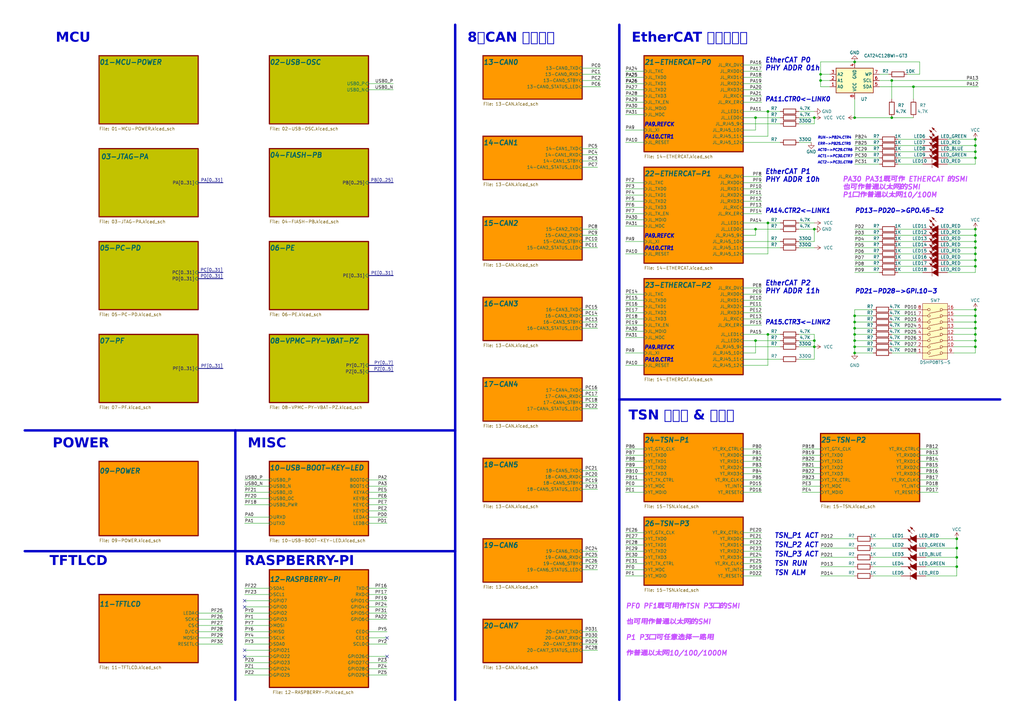
<source format=kicad_sch>
(kicad_sch (version 20230121) (generator eeschema)
  (paper "A3")
  (title_block (title "HPM6E00FULLPORTRevB") (date "2024-09-12") (rev "RevA") (comment 1 "MAINENTRY"))
  (junction (at 314.96 137.16))
  (junction (at 365.76 33.02))
  (junction (at 350.52 144.78))
  (junction (at 334.01 93.98))
  (junction (at 350.52 132.08))
  (junction (at 400.05 64.77))
  (junction (at 334.01 142.24))
  (junction (at 400.05 96.52))
  (junction (at 350.52 134.62))
  (junction (at 400.05 93.98))
  (junction (at 350.52 139.7))
  (junction (at 400.05 142.24))
  (junction (at 309.88 48.26))
  (junction (at 350.52 129.54))
  (junction (at 400.05 106.68))
  (junction (at 400.05 99.06))
  (junction (at 350.52 25.4))
  (junction (at 392.43 220.98))
  (junction (at 350.52 48.26))
  (junction (at 400.05 101.6))
  (junction (at 309.88 139.7))
  (junction (at 400.05 62.23))
  (junction (at 336.55 33.02))
  (junction (at 400.05 57.15))
  (junction (at 392.43 232.41))
  (junction (at 334.01 48.26))
  (junction (at 350.52 142.24))
  (junction (at 400.05 134.62))
  (junction (at 400.05 132.08))
  (junction (at 400.05 137.16))
  (junction (at 392.43 224.79))
  (junction (at 400.05 109.22))
  (junction (at 400.05 104.14))
  (junction (at 400.05 59.69))
  (junction (at 400.05 127))
  (junction (at 400.05 139.7))
  (junction (at 374.65 35.56))
  (junction (at 334.01 139.7))
  (junction (at 314.96 45.72))
  (junction (at 400.05 129.54))
  (junction (at 314.96 91.44))
  (junction (at 350.52 137.16))
  (junction (at 365.76 48.26))
  (junction (at 309.88 93.98))
  (junction (at 392.43 228.6))
  (junction (at 336.55 30.48))
  (no_connect (at 100.33 246.38))
  (no_connect (at 100.33 248.92))
  (no_connect (at 100.33 266.7))
  (no_connect (at 158.75 261.62))
  (no_connect (at 100.33 269.24))
  (no_connect (at 158.75 269.24))
  (wire (pts (xy 238.76 66.04) (xy 245.11 66.04)))
  (wire (pts (xy 100.33 243.84) (xy 110.49 243.84)))
  (wire (pts (xy 368.3 64.77) (xy 378.46 64.77)))
  (wire (pts (xy 304.8 199.39) (xy 312.42 199.39)))
  (wire (pts (xy 256.54 233.68) (xy 264.16 233.68)))
  (wire (pts (xy 151.13 207.01) (xy 158.75 207.01)))
  (wire (pts (xy 304.8 130.81) (xy 312.42 130.81)))
  (wire (pts (xy 388.62 111.76) (xy 400.05 111.76)))
  (wire (pts (xy 350.52 134.62) (xy 350.52 137.16)))
  (wire (pts (xy 100.33 214.63) (xy 110.49 214.63)))
  (wire (pts (xy 256.54 191.77) (xy 264.16 191.77)))
  (wire (pts (xy 377.19 201.93) (xy 384.81 201.93)))
  (wire (pts (xy 256.54 46.99) (xy 264.16 46.99)))
  (wire (pts (xy 256.54 99.06) (xy 264.16 99.06)))
  (wire (pts (xy 400.05 132.08) (xy 400.05 134.62)))
  (wire (pts (xy 256.54 196.85) (xy 264.16 196.85)))
  (wire (pts (xy 350.52 96.52) (xy 360.68 96.52)))
  (wire (pts (xy 388.62 62.23) (xy 400.05 62.23)))
  (wire (pts (xy 350.52 139.7) (xy 358.14 139.7)))
  (wire (pts (xy 238.76 60.96) (xy 245.11 60.96)))
  (wire (pts (xy 377.19 25.4) (xy 350.52 25.4)))
  (wire (pts (xy 327.66 91.44) (xy 334.01 91.44)))
  (wire (pts (xy 100.33 199.39) (xy 110.49 199.39)))
  (wire (pts (xy 304.8 50.8) (xy 320.04 50.8)))
  (wire (pts (xy 256.54 120.65) (xy 264.16 120.65)))
  (wire (pts (xy 328.93 194.31) (xy 336.55 194.31)))
  (wire (pts (xy 336.55 30.48) (xy 340.36 30.48)))
  (wire (pts (xy 400.05 64.77) (xy 400.05 67.31)))
  (wire (pts (xy 350.52 129.54) (xy 358.14 129.54)))
  (wire (pts (xy 304.8 55.88) (xy 314.96 55.88)))
  (wire (pts (xy 256.54 39.37) (xy 264.16 39.37)))
  (bus (pts (xy 81.28 151.13) (xy 91.44 151.13)))
  (wire (pts (xy 336.55 228.6) (xy 350.52 228.6)))
  (wire (pts (xy 327.66 58.42) (xy 332.74 58.42)))
  (wire (pts (xy 238.76 266.7) (xy 245.11 266.7)))
  (wire (pts (xy 379.73 220.98) (xy 392.43 220.98)))
  (wire (pts (xy 358.14 232.41) (xy 369.57 232.41)))
  (wire (pts (xy 391.16 129.54) (xy 400.05 129.54)))
  (wire (pts (xy 304.8 77.47) (xy 312.42 77.47)))
  (wire (pts (xy 151.13 271.78) (xy 158.75 271.78)))
  (wire (pts (xy 304.8 123.19) (xy 312.42 123.19)))
  (wire (pts (xy 238.76 101.6) (xy 245.11 101.6)))
  (wire (pts (xy 304.8 191.77) (xy 312.42 191.77)))
  (wire (pts (xy 400.05 129.54) (xy 400.05 132.08)))
  (wire (pts (xy 151.13 248.92) (xy 158.75 248.92)))
  (wire (pts (xy 304.8 87.63) (xy 312.42 87.63)))
  (wire (pts (xy 350.52 137.16) (xy 358.14 137.16)))
  (wire (pts (xy 304.8 34.29) (xy 312.42 34.29)))
  (wire (pts (xy 379.73 232.41) (xy 392.43 232.41)))
  (polyline (pts (xy 96.52 176.53) (xy 96.52 287.02)) (stroke (width 1)))
  (wire (pts (xy 256.54 31.75) (xy 264.16 31.75)))
  (wire (pts (xy 238.76 33.02) (xy 246.38 33.02)))
  (wire (pts (xy 368.3 106.68) (xy 378.46 106.68)))
  (wire (pts (xy 151.13 201.93) (xy 158.75 201.93)))
  (wire (pts (xy 377.19 191.77) (xy 384.81 191.77)))
  (wire (pts (xy 151.13 212.09) (xy 158.75 212.09)))
  (wire (pts (xy 364.49 30.48) (xy 360.68 30.48)))
  (wire (pts (xy 256.54 125.73) (xy 264.16 125.73)))
  (wire (pts (xy 400.05 62.23) (xy 400.05 64.77)))
  (wire (pts (xy 238.76 195.58) (xy 245.11 195.58)))
  (wire (pts (xy 365.76 137.16) (xy 375.92 137.16)))
  (wire (pts (xy 304.8 39.37) (xy 312.42 39.37)))
  (wire (pts (xy 304.8 118.11) (xy 312.42 118.11)))
  (wire (pts (xy 377.19 194.31) (xy 384.81 194.31)))
  (wire (pts (xy 327.66 45.72) (xy 334.01 45.72)))
  (wire (pts (xy 238.76 167.64) (xy 245.11 167.64)))
  (wire (pts (xy 151.13 34.29) (xy 161.29 34.29)))
  (wire (pts (xy 304.8 104.14) (xy 314.96 104.14)))
  (wire (pts (xy 151.13 241.3) (xy 158.75 241.3)))
  (wire (pts (xy 304.8 45.72) (xy 314.96 45.72)))
  (wire (pts (xy 368.3 96.52) (xy 378.46 96.52)))
  (wire (pts (xy 391.16 132.08) (xy 400.05 132.08)))
  (wire (pts (xy 358.14 224.79) (xy 369.57 224.79)))
  (wire (pts (xy 304.8 236.22) (xy 312.42 236.22)))
  (wire (pts (xy 358.14 236.22) (xy 369.57 236.22)))
  (wire (pts (xy 334.01 147.32) (xy 334.01 142.24)))
  (wire (pts (xy 256.54 82.55) (xy 264.16 82.55)))
  (wire (pts (xy 388.62 96.52) (xy 400.05 96.52)))
  (wire (pts (xy 151.13 276.86) (xy 158.75 276.86)))
  (wire (pts (xy 151.13 254) (xy 158.75 254)))
  (wire (pts (xy 350.52 139.7) (xy 350.52 142.24)))
  (wire (pts (xy 256.54 92.71) (xy 264.16 92.71)))
  (wire (pts (xy 256.54 74.93) (xy 264.16 74.93)))
  (wire (pts (xy 151.13 246.38) (xy 158.75 246.38)))
  (wire (pts (xy 256.54 138.43) (xy 264.16 138.43)))
  (wire (pts (xy 238.76 127) (xy 245.11 127)))
  (wire (pts (xy 304.8 137.16) (xy 314.96 137.16)))
  (wire (pts (xy 365.76 33.02) (xy 365.76 40.64)))
  (wire (pts (xy 238.76 261.62) (xy 245.11 261.62)))
  (wire (pts (xy 358.14 220.98) (xy 369.57 220.98)))
  (wire (pts (xy 151.13 199.39) (xy 158.75 199.39)))
  (wire (pts (xy 350.52 59.69) (xy 360.68 59.69)))
  (wire (pts (xy 151.13 196.85) (xy 158.75 196.85)))
  (wire (pts (xy 256.54 128.27) (xy 264.16 128.27)))
  (wire (pts (xy 391.16 144.78) (xy 400.05 144.78)))
  (wire (pts (xy 377.19 189.23) (xy 384.81 189.23)))
  (wire (pts (xy 350.52 67.31) (xy 360.68 67.31)))
  (wire (pts (xy 350.52 144.78) (xy 358.14 144.78)))
  (wire (pts (xy 328.93 199.39) (xy 336.55 199.39)))
  (wire (pts (xy 358.14 127) (xy 350.52 127)))
  (wire (pts (xy 350.52 101.6) (xy 360.68 101.6)))
  (wire (pts (xy 365.76 144.78) (xy 375.92 144.78)))
  (wire (pts (xy 100.33 251.46) (xy 110.49 251.46)))
  (wire (pts (xy 391.16 127) (xy 400.05 127)))
  (wire (pts (xy 256.54 123.19) (xy 264.16 123.19)))
  (wire (pts (xy 238.76 134.62) (xy 245.11 134.62)))
  (wire (pts (xy 151.13 204.47) (xy 158.75 204.47)))
  (wire (pts (xy 327.66 50.8) (xy 334.01 50.8)))
  (wire (pts (xy 309.88 53.34) (xy 309.88 48.26)))
  (wire (pts (xy 400.05 67.31) (xy 388.62 67.31)))
  (wire (pts (xy 328.93 196.85) (xy 336.55 196.85)))
  (wire (pts (xy 304.8 142.24) (xy 320.04 142.24)))
  (wire (pts (xy 304.8 220.98) (xy 312.42 220.98)))
  (wire (pts (xy 314.96 137.16) (xy 320.04 137.16)))
  (wire (pts (xy 368.3 93.98) (xy 378.46 93.98)))
  (wire (pts (xy 256.54 90.17) (xy 264.16 90.17)))
  (wire (pts (xy 314.96 137.16) (xy 314.96 149.86)))
  (wire (pts (xy 256.54 236.22) (xy 264.16 236.22)))
  (wire (pts (xy 374.65 35.56) (xy 401.32 35.56)))
  (wire (pts (xy 377.19 30.48) (xy 377.19 25.4)))
  (wire (pts (xy 238.76 198.12) (xy 245.11 198.12)))
  (wire (pts (xy 304.8 53.34) (xy 309.88 53.34)))
  (wire (pts (xy 350.52 137.16) (xy 350.52 139.7)))
  (wire (pts (xy 100.33 256.54) (xy 110.49 256.54)))
  (wire (pts (xy 238.76 93.98) (xy 245.11 93.98)))
  (wire (pts (xy 400.05 134.62) (xy 400.05 137.16)))
  (wire (pts (xy 388.62 93.98) (xy 400.05 93.98)))
  (wire (pts (xy 336.55 33.02) (xy 340.36 33.02)))
  (polyline (pts (xy 10.16 226.06) (xy 186.69 226.06)) (stroke (width 1)))
  (wire (pts (xy 304.8 184.15) (xy 312.42 184.15)))
  (wire (pts (xy 388.62 109.22) (xy 400.05 109.22)))
  (wire (pts (xy 100.33 248.92) (xy 110.49 248.92)))
  (bus (pts (xy 151.13 152.4) (xy 161.29 152.4)))
  (wire (pts (xy 309.88 48.26) (xy 320.04 48.26)))
  (wire (pts (xy 368.3 111.76) (xy 378.46 111.76)))
  (wire (pts (xy 360.68 33.02) (xy 365.76 33.02)))
  (wire (pts (xy 388.62 106.68) (xy 400.05 106.68)))
  (wire (pts (xy 304.8 196.85) (xy 312.42 196.85)))
  (wire (pts (xy 256.54 53.34) (xy 264.16 53.34)))
  (wire (pts (xy 256.54 85.09) (xy 264.16 85.09)))
  (wire (pts (xy 388.62 59.69) (xy 400.05 59.69)))
  (wire (pts (xy 365.76 132.08) (xy 375.92 132.08)))
  (wire (pts (xy 350.52 109.22) (xy 360.68 109.22)))
  (wire (pts (xy 256.54 144.78) (xy 264.16 144.78)))
  (wire (pts (xy 304.8 149.86) (xy 314.96 149.86)))
  (wire (pts (xy 238.76 162.56) (xy 245.11 162.56)))
  (wire (pts (xy 304.8 26.67) (xy 312.42 26.67)))
  (wire (pts (xy 391.16 142.24) (xy 400.05 142.24)))
  (wire (pts (xy 304.8 31.75) (xy 312.42 31.75)))
  (wire (pts (xy 304.8 186.69) (xy 312.42 186.69)))
  (wire (pts (xy 400.05 139.7) (xy 400.05 142.24)))
  (wire (pts (xy 400.05 104.14) (xy 400.05 101.6)))
  (wire (pts (xy 238.76 165.1) (xy 245.11 165.1)))
  (wire (pts (xy 365.76 127) (xy 375.92 127)))
  (wire (pts (xy 304.8 85.09) (xy 312.42 85.09)))
  (wire (pts (xy 365.76 139.7) (xy 375.92 139.7)))
  (wire (pts (xy 350.52 64.77) (xy 360.68 64.77)))
  (wire (pts (xy 304.8 218.44) (xy 312.42 218.44)))
  (wire (pts (xy 100.33 266.7) (xy 110.49 266.7)))
  (wire (pts (xy 328.93 201.93) (xy 336.55 201.93)))
  (wire (pts (xy 400.05 59.69) (xy 400.05 62.23)))
  (wire (pts (xy 377.19 196.85) (xy 384.81 196.85)))
  (polyline (pts (xy 10.16 176.53) (xy 186.69 176.53)) (stroke (width 1)))
  (wire (pts (xy 328.93 191.77) (xy 336.55 191.77)))
  (wire (pts (xy 238.76 228.6) (xy 245.11 228.6)))
  (wire (pts (xy 256.54 231.14) (xy 264.16 231.14)))
  (wire (pts (xy 336.55 236.22) (xy 350.52 236.22)))
  (wire (pts (xy 400.05 101.6) (xy 400.05 99.06)))
  (wire (pts (xy 309.88 96.52) (xy 309.88 93.98)))
  (wire (pts (xy 392.43 232.41) (xy 392.43 228.6)))
  (wire (pts (xy 334.01 137.16) (xy 334.01 139.7)))
  (wire (pts (xy 350.52 132.08) (xy 358.14 132.08)))
  (wire (pts (xy 256.54 130.81) (xy 264.16 130.81)))
  (wire (pts (xy 256.54 186.69) (xy 264.16 186.69)))
  (wire (pts (xy 304.8 125.73) (xy 312.42 125.73)))
  (wire (pts (xy 350.52 129.54) (xy 350.52 132.08)))
  (wire (pts (xy 256.54 228.6) (xy 264.16 228.6)))
  (wire (pts (xy 379.73 228.6) (xy 392.43 228.6)))
  (wire (pts (xy 100.33 246.38) (xy 110.49 246.38)))
  (wire (pts (xy 151.13 261.62) (xy 158.75 261.62)))
  (wire (pts (xy 391.16 134.62) (xy 400.05 134.62)))
  (wire (pts (xy 350.52 104.14) (xy 360.68 104.14)))
  (wire (pts (xy 151.13 243.84) (xy 158.75 243.84)))
  (wire (pts (xy 377.19 186.69) (xy 384.81 186.69)))
  (wire (pts (xy 304.8 144.78) (xy 309.88 144.78)))
  (wire (pts (xy 365.76 48.26) (xy 374.65 48.26)))
  (wire (pts (xy 350.52 127) (xy 350.52 129.54)))
  (wire (pts (xy 350.52 134.62) (xy 358.14 134.62)))
  (wire (pts (xy 314.96 55.88) (xy 314.96 45.72)))
  (wire (pts (xy 238.76 68.58) (xy 245.11 68.58)))
  (wire (pts (xy 400.05 106.68) (xy 400.05 104.14)))
  (wire (pts (xy 151.13 36.83) (xy 161.29 36.83)))
  (wire (pts (xy 256.54 149.86) (xy 264.16 149.86)))
  (wire (pts (xy 256.54 44.45) (xy 264.16 44.45)))
  (wire (pts (xy 334.01 142.24) (xy 334.01 139.7)))
  (wire (pts (xy 350.52 142.24) (xy 350.52 144.78)))
  (wire (pts (xy 400.05 137.16) (xy 400.05 139.7)))
  (bus (pts (xy 151.13 74.93) (xy 161.29 74.93)))
  (wire (pts (xy 151.13 214.63) (xy 158.75 214.63)))
  (wire (pts (xy 368.3 104.14) (xy 378.46 104.14)))
  (wire (pts (xy 365.76 129.54) (xy 375.92 129.54)))
  (wire (pts (xy 256.54 34.29) (xy 264.16 34.29)))
  (wire (pts (xy 400.05 99.06) (xy 400.05 96.52)))
  (wire (pts (xy 100.33 196.85) (xy 110.49 196.85)))
  (wire (pts (xy 334.01 99.06) (xy 334.01 93.98)))
  (wire (pts (xy 304.8 194.31) (xy 312.42 194.31)))
  (wire (pts (xy 336.55 30.48) (xy 336.55 25.4)))
  (wire (pts (xy 256.54 201.93) (xy 264.16 201.93)))
  (wire (pts (xy 350.52 99.06) (xy 360.68 99.06)))
  (wire (pts (xy 327.66 147.32) (xy 334.01 147.32)))
  (wire (pts (xy 304.8 99.06) (xy 320.04 99.06)))
  (wire (pts (xy 304.8 72.39) (xy 312.42 72.39)))
  (wire (pts (xy 100.33 276.86) (xy 110.49 276.86)))
  (wire (pts (xy 400.05 142.24) (xy 400.05 144.78)))
  (wire (pts (xy 336.55 232.41) (xy 350.52 232.41)))
  (wire (pts (xy 327.66 93.98) (xy 334.01 93.98)))
  (wire (pts (xy 365.76 33.02) (xy 401.32 33.02)))
  (wire (pts (xy 238.76 160.02) (xy 245.11 160.02)))
  (wire (pts (xy 256.54 41.91) (xy 264.16 41.91)))
  (wire (pts (xy 304.8 233.68) (xy 312.42 233.68)))
  (wire (pts (xy 350.52 132.08) (xy 350.52 134.62)))
  (wire (pts (xy 368.3 67.31) (xy 378.46 67.31)))
  (wire (pts (xy 388.62 101.6) (xy 400.05 101.6)))
  (wire (pts (xy 256.54 29.21) (xy 264.16 29.21)))
  (wire (pts (xy 350.52 142.24) (xy 358.14 142.24)))
  (wire (pts (xy 238.76 30.48) (xy 246.38 30.48)))
  (wire (pts (xy 391.16 139.7) (xy 400.05 139.7)))
  (wire (pts (xy 256.54 87.63) (xy 264.16 87.63)))
  (wire (pts (xy 400.05 109.22) (xy 400.05 106.68)))
  (wire (pts (xy 81.28 264.16) (xy 91.44 264.16)))
  (wire (pts (xy 312.42 201.93) (xy 304.8 201.93)))
  (wire (pts (xy 238.76 96.52) (xy 245.11 96.52)))
  (wire (pts (xy 238.76 231.14) (xy 245.11 231.14)))
  (wire (pts (xy 334.01 48.26) (xy 327.66 48.26)))
  (wire (pts (xy 368.3 109.22) (xy 378.46 109.22)))
  (wire (pts (xy 391.16 137.16) (xy 400.05 137.16)))
  (wire (pts (xy 81.28 256.54) (xy 91.44 256.54)))
  (wire (pts (xy 368.3 99.06) (xy 378.46 99.06)))
  (wire (pts (xy 256.54 104.14) (xy 264.16 104.14)))
  (wire (pts (xy 374.65 35.56) (xy 374.65 40.64)))
  (polyline (pts (xy 254 163.83) (xy 410.21 163.83)) (stroke (width 1)))
  (wire (pts (xy 100.33 212.09) (xy 110.49 212.09)))
  (wire (pts (xy 238.76 233.68) (xy 245.11 233.68)))
  (wire (pts (xy 350.52 48.26) (xy 365.76 48.26)))
  (wire (pts (xy 151.13 251.46) (xy 158.75 251.46)))
  (wire (pts (xy 81.28 261.62) (xy 91.44 261.62)))
  (wire (pts (xy 336.55 35.56) (xy 336.55 33.02)))
  (wire (pts (xy 304.8 189.23) (xy 312.42 189.23)))
  (wire (pts (xy 304.8 58.42) (xy 320.04 58.42)))
  (wire (pts (xy 238.76 200.66) (xy 245.11 200.66)))
  (wire (pts (xy 100.33 261.62) (xy 110.49 261.62)))
  (wire (pts (xy 392.43 228.6) (xy 392.43 224.79)))
  (wire (pts (xy 256.54 226.06) (xy 264.16 226.06)))
  (wire (pts (xy 238.76 35.56) (xy 246.38 35.56)))
  (wire (pts (xy 304.8 36.83) (xy 312.42 36.83)))
  (wire (pts (xy 238.76 259.08) (xy 245.11 259.08)))
  (wire (pts (xy 350.52 106.68) (xy 360.68 106.68)))
  (wire (pts (xy 304.8 228.6) (xy 312.42 228.6)))
  (bus (pts (xy 81.28 74.93) (xy 91.44 74.93)))
  (wire (pts (xy 304.8 120.65) (xy 312.42 120.65)))
  (wire (pts (xy 350.52 40.64) (xy 350.52 48.26)))
  (wire (pts (xy 400.05 57.15) (xy 400.05 59.69)))
  (wire (pts (xy 238.76 129.54) (xy 245.11 129.54)))
  (wire (pts (xy 256.54 189.23) (xy 264.16 189.23)))
  (wire (pts (xy 327.66 139.7) (xy 334.01 139.7)))
  (wire (pts (xy 238.76 264.16) (xy 245.11 264.16)))
  (wire (pts (xy 304.8 74.93) (xy 312.42 74.93)))
  (wire (pts (xy 304.8 80.01) (xy 312.42 80.01)))
  (wire (pts (xy 334.01 48.26) (xy 334.01 50.8)))
  (wire (pts (xy 81.28 254) (xy 91.44 254)))
  (wire (pts (xy 388.62 104.14) (xy 400.05 104.14)))
  (wire (pts (xy 377.19 199.39) (xy 384.81 199.39)))
  (wire (pts (xy 327.66 137.16) (xy 334.01 137.16)))
  (wire (pts (xy 314.96 104.14) (xy 314.96 91.44)))
  (wire (pts (xy 256.54 220.98) (xy 264.16 220.98)))
  (wire (pts (xy 304.8 82.55) (xy 312.42 82.55)))
  (wire (pts (xy 81.28 259.08) (xy 91.44 259.08)))
  (wire (pts (xy 238.76 132.08) (xy 245.11 132.08)))
  (wire (pts (xy 388.62 99.06) (xy 400.05 99.06)))
  (wire (pts (xy 256.54 36.83) (xy 264.16 36.83)))
  (wire (pts (xy 100.33 271.78) (xy 110.49 271.78)))
  (wire (pts (xy 256.54 133.35) (xy 264.16 133.35)))
  (wire (pts (xy 304.8 139.7) (xy 309.88 139.7)))
  (wire (pts (xy 309.88 139.7) (xy 320.04 139.7)))
  (polyline (pts (xy 186.69 10.16) (xy 186.69 287.02)) (stroke (width 1)))
  (wire (pts (xy 350.52 62.23) (xy 360.68 62.23)))
  (wire (pts (xy 336.55 220.98) (xy 350.52 220.98)))
  (wire (pts (xy 238.76 27.94) (xy 246.38 27.94)))
  (wire (pts (xy 400.05 111.76) (xy 400.05 109.22)))
  (wire (pts (xy 256.54 77.47) (xy 264.16 77.47)))
  (wire (pts (xy 368.3 59.69) (xy 378.46 59.69)))
  (wire (pts (xy 256.54 135.89) (xy 264.16 135.89)))
  (wire (pts (xy 304.8 128.27) (xy 312.42 128.27)))
  (wire (pts (xy 340.36 35.56) (xy 336.55 35.56)))
  (wire (pts (xy 100.33 201.93) (xy 110.49 201.93)))
  (wire (pts (xy 304.8 96.52) (xy 309.88 96.52)))
  (wire (pts (xy 309.88 144.78) (xy 309.88 139.7)))
  (wire (pts (xy 360.68 35.56) (xy 374.65 35.56)))
  (wire (pts (xy 256.54 184.15) (xy 264.16 184.15)))
  (wire (pts (xy 151.13 274.32) (xy 158.75 274.32)))
  (wire (pts (xy 336.55 33.02) (xy 336.55 30.48)))
  (wire (pts (xy 365.76 134.62) (xy 375.92 134.62)))
  (wire (pts (xy 365.76 142.24) (xy 375.92 142.24)))
  (wire (pts (xy 238.76 99.06) (xy 245.11 99.06)))
  (wire (pts (xy 304.8 29.21) (xy 312.42 29.21)))
  (wire (pts (xy 368.3 57.15) (xy 378.46 57.15)))
  (wire (pts (xy 327.66 99.06) (xy 334.01 99.06)))
  (wire (pts (xy 151.13 264.16) (xy 158.75 264.16)))
  (wire (pts (xy 304.8 147.32) (xy 320.04 147.32)))
  (wire (pts (xy 100.33 264.16) (xy 110.49 264.16)))
  (wire (pts (xy 392.43 224.79) (xy 392.43 220.98)))
  (wire (pts (xy 379.73 224.79) (xy 392.43 224.79)))
  (wire (pts (xy 151.13 259.08) (xy 158.75 259.08)))
  (wire (pts (xy 350.52 57.15) (xy 360.68 57.15)))
  (wire (pts (xy 151.13 269.24) (xy 158.75 269.24)))
  (wire (pts (xy 256.54 218.44) (xy 264.16 218.44)))
  (wire (pts (xy 256.54 58.42) (xy 264.16 58.42)))
  (wire (pts (xy 238.76 63.5) (xy 245.11 63.5)))
  (wire (pts (xy 327.66 101.6) (xy 334.01 101.6)))
  (wire (pts (xy 336.55 25.4) (xy 350.52 25.4)))
  (wire (pts (xy 304.8 91.44) (xy 314.96 91.44)))
  (wire (pts (xy 328.93 186.69) (xy 336.55 186.69)))
  (wire (pts (xy 256.54 223.52) (xy 264.16 223.52)))
  (wire (pts (xy 81.28 251.46) (xy 91.44 251.46)))
  (wire (pts (xy 100.33 269.24) (xy 110.49 269.24)))
  (wire (pts (xy 100.33 259.08) (xy 110.49 259.08)))
  (wire (pts (xy 400.05 127) (xy 400.05 129.54)))
  (bus (pts (xy 151.13 149.86) (xy 161.29 149.86)))
  (wire (pts (xy 379.73 236.22) (xy 392.43 236.22)))
  (wire (pts (xy 350.52 111.76) (xy 360.68 111.76)))
  (wire (pts (xy 388.62 64.77) (xy 400.05 64.77)))
  (wire (pts (xy 368.3 101.6) (xy 378.46 101.6)))
  (bus (pts (xy 81.28 114.3) (xy 91.44 114.3)))
  (wire (pts (xy 256.54 194.31) (xy 264.16 194.31)))
  (wire (pts (xy 388.62 57.15) (xy 400.05 57.15)))
  (wire (pts (xy 151.13 209.55) (xy 158.75 209.55)))
  (wire (pts (xy 314.96 45.72) (xy 320.04 45.72)))
  (wire (pts (xy 238.76 226.06) (xy 245.11 226.06)))
  (wire (pts (xy 328.93 189.23) (xy 336.55 189.23)))
  (polyline (pts (xy 254 10.16) (xy 254 287.02)) (stroke (width 1)))
  (wire (pts (xy 304.8 48.26) (xy 309.88 48.26)))
  (wire (pts (xy 100.33 241.3) (xy 110.49 241.3)))
  (wire (pts (xy 327.66 142.24) (xy 334.01 142.24)))
  (wire (pts (xy 256.54 199.39) (xy 264.16 199.39)))
  (wire (pts (xy 100.33 274.32) (xy 110.49 274.32)))
  (wire (pts (xy 392.43 236.22) (xy 392.43 232.41)))
  (wire (pts (xy 336.55 224.79) (xy 350.52 224.79)))
  (wire (pts (xy 304.8 101.6) (xy 320.04 101.6)))
  (wire (pts (xy 377.19 184.15) (xy 384.81 184.15)))
  (wire (pts (xy 368.3 62.23) (xy 378.46 62.23)))
  (wire (pts (xy 100.33 254) (xy 110.49 254)))
  (wire (pts (xy 314.96 91.44) (xy 320.04 91.44)))
  (wire (pts (xy 238.76 193.04) (xy 245.11 193.04)))
  (wire (pts (xy 304.8 226.06) (xy 312.42 226.06)))
  (wire (pts (xy 304.8 93.98) (xy 309.88 93.98)))
  (wire (pts (xy 309.88 93.98) (xy 320.04 93.98)))
  (wire (pts (xy 328.93 184.15) (xy 336.55 184.15)))
  (wire (pts (xy 304.8 223.52) (xy 312.42 223.52)))
  (wire (pts (xy 358.14 228.6) (xy 369.57 228.6)))
  (bus (pts (xy 81.28 111.76) (xy 91.44 111.76)))
  (bus (pts (xy 151.13 113.03) (xy 161.29 113.03)))
  (wire (pts (xy 400.05 96.52) (xy 400.05 93.98)))
  (wire (pts (xy 304.8 231.14) (xy 312.42 231.14)))
  (wire (pts (xy 350.52 93.98) (xy 360.68 93.98)))
  (wire (pts (xy 256.54 80.01) (xy 264.16 80.01)))
  (wire (pts (xy 304.8 41.91) (xy 312.42 41.91)))
  (wire (pts (xy 304.8 133.35) (xy 312.42 133.35)))
  (wire (pts (xy 100.33 204.47) (xy 110.49 204.47)))
  (wire (pts (xy 377.19 30.48) (xy 372.11 30.48)))
  (wire (pts (xy 100.33 207.01) (xy 110.49 207.01)))
  (text "PA9.REFCK" (at 264.16 97.79 0) (effects (font (size 1.5 1.5) (thickness 0.4) bold italic) (justify left bottom)))
  (text "POWER" (at 21.59 185.42 0) (effects (font (size 4 4) (thickness 0.4) bold italic) (justify left bottom)))
  (text "MCU" (at 22.86 19.05 0) (effects (font (size 4 4) (thickness 0.4) bold italic) (justify left bottom)))
  (text "RASPBERRY-PI" (at 100.33 233.68 0) (effects (font (size 4 4) (thickness 0.4) bold italic) (justify left bottom)))
  (text "RUN->PB24.CTR4" (at 335.28 57.15 0) (effects (font (size 1 1) (thickness 0.4) bold italic) (justify left bottom)))
  (text "TSN RUN" (at 317.5 232.41 0) (effects (font (size 2 2) (thickness 0.4) bold italic) (justify left bottom)))
  (text "PD21-PD28->GPI.10-3" (at 350.52 120.65 0) (effects (font (size 1.8 1.8) (thickness 0.4) bold italic) (justify left bottom)))
  (text "TSN ALM" (at 317.5 236.22 0) (effects (font (size 2 2) (thickness 0.4) bold italic) (justify left bottom)))
  (text "TSN_P3 ACT" (at 317.5 228.6 0) (effects (font (size 2 2) (thickness 0.4) bold italic) (justify left bottom)))
  (text "ACT0->PC29.CTR6" (at 335.28 62.23 0) (effects (font (size 1 1) (thickness 0.4) bold italic) (justify left bottom)))
  (text "ERR->PB25.CTR5" (at 335.28 59.69 0) (effects (font (size 1 1) (thickness 0.4) bold italic) (justify left bottom)))
  (text "MISC" (at 101.6 185.42 0) (effects (font (size 4 4) (thickness 0.4) bold italic) (justify left bottom)))
  (text "ACT2->PC31.CTR8" (at 335.28 67.31 0) (effects (font (size 1 1) (thickness 0.4) bold italic) (justify left bottom)))
  (text "PF0 PF1既可用作TSN P3口的SMI\n\n也可用作普通以太网的SMI\n\nP1 P3口可任意选择一路用\n\n作普通以太网10/100/1000M" (at 256.54 269.24 0) (effects (font (size 2 2) (thickness 0.4) bold italic) (justify left bottom)))
  (text "PA9.REFCK" (at 264.16 143.51 0) (effects (font (size 1.5 1.5) (thickness 0.4) bold italic) (justify left bottom)))
  (text "PA11.CTR0<-LINK0" (at 313.69 41.91 0) (effects (font (size 1.8 1.8) (thickness 0.4) bold italic) (justify left bottom)))
  (text "PA15.CTR3<-LINK2" (at 313.69 133.35 0) (effects (font (size 1.8 1.8) (thickness 0.4) bold italic) (justify left bottom)))
  (text "PD13-PD20->GPO.45-52" (at 350.52 87.63 0) (effects (font (size 1.8 1.8) (thickness 0.4) bold italic) (justify left bottom)))
  (text "TSN_P2 ACT" (at 317.5 224.79 0) (effects (font (size 2 2) (thickness 0.4) bold italic) (justify left bottom)))
  (text "EtherCAT 工业以太网" (at 259.08 19.05 0) (effects (font (size 4 4) (thickness 0.4) bold italic) (justify left bottom)))
  (text "ACT1->PC30.CTR7" (at 335.28 64.77 0) (effects (font (size 1 1) (thickness 0.4) bold italic) (justify left bottom)))
  (text "PA10.CTR1" (at 264.16 102.87 0) (effects (font (size 1.5 1.5) (thickness 0.4) bold italic) (justify left bottom)))
  (text "TFTLCD" (at 20.32 233.68 0) (effects (font (size 4 4) (thickness 0.4) bold italic) (justify left bottom)))
  (text "TSN_P1 ACT" (at 317.5 220.98 0) (effects (font (size 2 2) (thickness 0.4) bold italic) (justify left bottom)))
  (text "PA10.CTR1" (at 264.16 148.59 0) (effects (font (size 1.5 1.5) (thickness 0.4) bold italic) (justify left bottom)))
  (text "TSN 交换机 & 以太网" (at 257.81 173.99 0) (effects (font (size 4 4) (thickness 0.4) bold italic) (justify left bottom)))
  (text "PA10.CTR1" (at 264.16 57.15 0) (effects (font (size 1.5 1.5) (thickness 0.4) bold italic) (justify left bottom)))
  (text "PA9.REFCK" (at 264.16 52.07 0) (effects (font (size 1.5 1.5) (thickness 0.4) bold italic) (justify left bottom)))
  (text "EtherCAT P1\nPHY ADDR 10h" (at 313.69 74.93 0) (effects (font (size 2 2) (thickness 0.4) bold italic) (justify left bottom)))
  (text "EtherCAT P2\nPHY ADDR 11h" (at 313.69 120.65 0) (effects (font (size 2 2) (thickness 0.4) bold italic) (justify left bottom)))
  (text "PA14.CTR2<-LINK1" (at 313.69 87.63 0) (effects (font (size 1.8 1.8) (thickness 0.4) bold italic) (justify left bottom)))
  (text "PA30 PA31既可作 ETHERCAT 的SMI\n也可作普通以太网的SMI\nP1口作普通以太网10/100M" (at 345.44 81.28 0) (effects (font (size 2 2) (thickness 0.4) bold italic) (justify left bottom)))
  (text "8路CAN 工业总线" (at 191.77 19.05 0) (effects (font (size 4 4) (thickness 0.4) bold italic) (justify left bottom)))
  (text "EtherCAT P0\nPHY ADDR 01h" (at 313.69 29.21 0) (effects (font (size 2 2) (thickness 0.4) bold italic) (justify left bottom)))
  (label "PB20" (at 328.93 189.23 0))
  (label "PF4" (at 256.54 80.01 0))
  (label "PD21" (at 336.55 228.6 0))
  (label "PF2" (at 256.54 74.93 0))
  (label "PE[0..31]" (at 161.29 113.03 180))
  (label "PD12" (at 336.55 220.98 0))
  (label "PD5" (at 350.52 101.6 0))
  (label "PA14" (at 312.42 91.44 180))
  (label "PD26" (at 370.84 139.7 0))
  (label "PD6" (at 350.52 104.14 0))
  (label "PD20" (at 336.55 224.79 0))
  (label "PZ3" (at 158.75 271.78 180))
  (label "PE25" (at 312.42 231.14 180))
  (label "PZ[0..5]" (at 161.29 152.4 180))
  (label "PD23" (at 370.84 132.08 0))
  (label "PB19" (at 328.93 186.69 0))
  (label "PF21" (at 100.33 201.93 0))
  (label "PC10" (at 245.11 99.06 180))
  (label "PF29" (at 91.44 261.62 180))
  (label "PE11" (at 312.42 125.73 180))
  (label "PF1" (at 256.54 236.22 0))
  (label "PB10" (at 256.54 194.31 0))
  (label "PD19" (at 312.42 233.68 180))
  (label "PA26" (at 256.54 34.29 0))
  (label "USB0_N" (at 100.33 199.39 0))
  (label "PC[0..31]" (at 91.44 111.76 180))
  (label "PE3" (at 328.93 199.39 0))
  (label "PA11" (at 312.42 45.72 180))
  (label "PC5" (at 245.11 60.96 180))
  (label "PA30" (at 256.54 135.89 0))
  (label "PA10" (at 256.54 104.14 0))
  (label "PA22" (at 158.75 254 180))
  (label "PC4" (at 245.11 63.5 180))
  (label "PE17" (at 256.54 128.27 0))
  (label "PF12" (at 312.42 82.55 180))
  (label "PB9" (at 256.54 191.77 0))
  (label "PY4" (at 100.33 261.62 0))
  (label "PA13" (at 401.32 33.02 180))
  (label "PB23" (at 328.93 196.85 0))
  (label "PA30" (at 256.54 44.45 0))
  (label "PC15" (at 245.11 127 180))
  (label "PZ5" (at 158.75 276.86 180))
  (label "PE12" (at 312.42 128.27 180))
  (label "PD1" (at 158.75 214.63 180))
  (label "PA25" (at 256.54 31.75 0))
  (label "PF0" (at 256.54 233.68 0))
  (label "PA9" (at 256.54 53.34 0))
  (label "PC21" (at 245.11 193.04 180))
  (label "PB21" (at 328.93 191.77 0))
  (label "PF11" (at 312.42 80.01 180))
  (label "PF18" (at 100.33 207.01 0))
  (label "PA30" (at 256.54 90.17 0))
  (label "PD10" (at 370.84 127 0))
  (label "PB[0..25]" (at 161.29 74.93 180))
  (label "PB22" (at 328.93 194.31 0))
  (label "PE30" (at 256.54 228.6 0))
  (label "PF5" (at 256.54 82.55 0))
  (label "PB3" (at 312.42 191.77 180))
  (label "PC3" (at 245.11 66.04 180))
  (label "PF22" (at 100.33 241.3 0))
  (label "PC8" (at 245.11 93.98 180))
  (label "PF30" (at 91.44 264.16 180))
  (label "PE7" (at 158.75 207.01 180))
  (label "PA[0..31]" (at 91.44 74.93 180))
  (label "PA27" (at 256.54 36.83 0))
  (label "PB14" (at 384.81 189.23 180))
  (label "PB1" (at 312.42 186.69 180))
  (label "PC16" (at 245.11 160.02 180))
  (label "PC6" (at 246.38 35.56 180))
  (label "PB7" (at 256.54 186.69 0))
  (label "PB12" (at 384.81 184.15 180))
  (label "PD11" (at 370.84 129.54 0))
  (label "PY5" (at 158.75 259.08 180))
  (label "PF14" (at 312.42 87.63 180))
  (label "PD0" (at 158.75 212.09 180))
  (label "PF10" (at 312.42 77.47 180))
  (label "PA31" (at 256.54 92.71 0))
  (label "PE23" (at 312.42 226.06 180))
  (label "PB15" (at 384.81 191.77 180))
  (label "PB25" (at 350.52 59.69 0))
  (label "PC24" (at 245.11 226.06 180))
  (label "PE24" (at 312.42 228.6 180))
  (label "PD28" (at 370.84 144.78 0))
  (label "PC28" (at 245.11 266.7 180))
  (label "PE22" (at 312.42 223.52 180))
  (label "PA16" (at 312.42 26.67 180))
  (label "PD4" (at 350.52 99.06 0))
  (label "PZ0" (at 100.33 271.78 0))
  (label "PE29" (at 256.54 226.06 0))
  (label "PA26" (at 256.54 34.29 0))
  (label "PD30" (at 245.11 261.62 180))
  (label "PE15" (at 256.54 123.19 0))
  (label "PE13" (at 312.42 130.81 180))
  (label "PZ1" (at 100.33 274.32 0))
  (label "PE8" (at 312.42 118.11 180))
  (label "PD27" (at 370.84 142.24 0))
  (label "PF3" (at 256.54 77.47 0))
  (label "PF26" (at 91.44 254 180))
  (label "PB11" (at 256.54 196.85 0))
  (label "PB0" (at 312.42 184.15 180))
  (label "PB17" (at 384.81 196.85 180))
  (label "PF[0..31]" (at 91.44 151.13 180))
  (label "PD31" (at 245.11 259.08 180))
  (label "PA15" (at 312.42 137.16 180))
  (label "PF6" (at 256.54 85.09 0))
  (label "PB8" (at 256.54 189.23 0))
  (label "PE5" (at 158.75 201.93 180))
  (label "PF7" (at 256.54 87.63 0))
  (label "PA29" (at 256.54 41.91 0))
  (label "PD7" (at 350.52 106.68 0))
  (label "PE6" (at 158.75 204.47 180))
  (label "PC9" (at 245.11 96.52 180))
  (label "PE1" (at 256.54 201.93 0))
  (label "PA28" (at 256.54 39.37 0))
  (label "PD18" (at 384.81 199.39 180))
  (label "PA23" (at 312.42 41.91 180))
  (label "PY6" (at 100.33 259.08 0))
  (label "PC1" (at 246.38 30.48 180))
  (label "PE2" (at 158.75 209.55 180))
  (label "PA18" (at 312.42 31.75 180))
  (label "PB13" (at 384.81 186.69 180))
  (label "PF27" (at 91.44 256.54 180))
  (label "PC31" (at 350.52 67.31 0))
  (label "PC0" (at 246.38 27.94 180))
  (label "PD29" (at 245.11 264.16 180))
  (label "PF15" (at 312.42 133.35 180))
  (label "PD22" (at 312.42 236.22 180))
  (label "PY0" (at 100.33 251.46 0))
  (label "USB0_N" (at 161.29 36.83 180))
  (label "PB16" (at 384.81 194.31 180))
  (label "PB5" (at 312.42 196.85 180))
  (label "PC7" (at 245.11 68.58 180))
  (label "PY[0..7]" (at 161.29 149.86 180))
  (label "PE31" (at 256.54 231.14 0))
  (label "PF24" (at 158.75 248.92 180))
  (label "PC14" (at 245.11 129.54 180))
  (label "PE16" (at 256.54 125.73 0))
  (label "PA21" (at 312.42 39.37 180))
  (label "PA12" (at 401.32 35.56 180))
  (label "PD14" (at 336.55 236.22 0))
  (label "PD25" (at 370.84 137.16 0))
  (label "PC22" (at 245.11 167.64 180))
  (label "PF28" (at 91.44 259.08 180))
  (label "PC11" (at 245.11 101.6 180))
  (label "PE26" (at 256.54 218.44 0))
  (label "PE14" (at 256.54 120.65 0))
  (label "PB6" (at 256.54 184.15 0))
  (label "PC17" (at 245.11 162.56 180))
  (label "PE9" (at 312.42 120.65 180))
  (label "PC2" (at 246.38 33.02 180))
  (label "PA10" (at 256.54 58.42 0))
  (label "PA9" (at 256.54 99.06 0))
  (label "PD8" (at 350.52 109.22 0))
  (label "PA2" (at 158.75 196.85 180))
  (label "PA0" (at 100.33 212.09 0))
  (label "PY7" (at 100.33 256.54 0))
  (label "PB2" (at 312.42 189.23 180))
  (label "PA19" (at 312.42 34.29 180))
  (label "PC12" (at 245.11 134.62 180))
  (label "PF25" (at 91.44 251.46 180))
  (label "PD13" (at 336.55 232.41 0))
  (label "PD24" (at 370.84 134.62 0))
  (label "PE28" (at 256.54 223.52 0))
  (label "PE19" (at 256.54 133.35 0))
  (label "USB0_P" (at 100.33 196.85 0))
  (label "PE4" (at 328.93 201.93 0))
  (label "PA24" (at 256.54 29.21 0))
  (label "PD2" (at 350.52 93.98 0))
  (label "PF8" (at 312.42 72.39 180))
  (label "PD15" (at 312.42 199.39 180))
  (label "PA9" (at 256.54 144.78 0))
  (label "PA25" (at 256.54 31.75 0))
  (label "PA17" (at 312.42 29.21 180))
  (label "PF16" (at 158.75 241.3 180))
  (label "PE0" (at 256.54 199.39 0))
  (label "PB24" (at 350.52 57.15 0))
  (label "PC30" (at 350.52 64.77 0))
  (label "PY3" (at 100.33 264.16 0))
  (label "PC19" (at 245.11 198.12 180))
  (label "PC20" (at 245.11 195.58 180))
  (label "PZ4" (at 158.75 274.32 180))
  (label "PF9" (at 312.42 74.93 180))
  (label "PC29" (at 350.52 62.23 0))
  (label "PF23" (at 100.33 243.84 0))
  (label "PF17" (at 158.75 243.84 180))
  (label "PA1" (at 100.33 214.63 0))
  (label "PD16" (at 312.42 201.93 180))
  (label "PC13" (at 245.11 132.08 180))
  (label "PB4" (at 312.42 194.31 180))
  (label "PC26" (at 245.11 231.14 180))
  (label "PD9" (at 350.52 111.76 0))
  (label "PA31" (at 256.54 46.99 0))
  (label "PF19" (at 158.75 246.38 180))
  (label "PA10" (at 256.54 149.86 0))
  (label "PE27" (at 256.54 220.98 0))
  (label "PY1" (at 100.33 254 0))
  (label "PE21" (at 312.42 220.98 180))
  (label "USB0_P" (at 161.29 34.29 180))
  (label "PA31" (at 256.54 138.43 0))
  (label "PD3" (at 350.52 96.52 0))
  (label "PY2" (at 158.75 264.16 180))
  (label "PE20" (at 312.42 218.44 180))
  (label "PD17" (at 384.81 201.93 180))
  (label "PC27" (at 245.11 233.68 180))
  (label "PE18" (at 256.54 130.81 0))
  (label "PD[0..31]" (at 91.44 114.3 180))
  (label "PF20" (at 100.33 204.47 0))
  (label "PC23" (at 245.11 200.66 180))
  (label "PB18" (at 328.93 184.15 0))
  (label "PF13" (at 312.42 85.09 180))
  (label "PC25" (at 245.11 228.6 180))
  (label "PC18" (at 245.11 165.1 180))
  (label "PZ2" (at 100.33 276.86 0))
  (label "PF31" (at 158.75 251.46 180))
  (label "PA20" (at 312.42 36.83 180))
  (label "PA3" (at 158.75 199.39 180))
  (label "PE10" (at 312.42 123.19 180))
  (symbol (lib_id "02_HPM_Resistor:1K_0402") (at 364.49 96.52 0) (unit 1)
    (property "Reference" "R?" (at 359.41 95.25 0))
    (property "Value" "1K" (at 368.3 95.25 0))
    (property "Footprint" "02_HPM_Resistor:R_0402_1005Metric" (effects hide))
    (property "Model" "0402WGF1001TCE" (effects hide))
    (property "Company" "UNI-ROYAL(厚声)" (effects hide))
    (instances (project "HPM1200_BASE_Audio_XPI" (path "" (reference "R?") (unit 1))) (project "HPM1200_SIP_ETHERCAT_RevA" (path "" (reference "R?") (unit 1))) (project "HPM6E00FULLPORTRevB" (path "" (reference "R32") (unit 1))))
  )
  (symbol (lib_id "02_HPM_Resistor:1K_0402") (at 364.49 64.77 0) (unit 1)
    (property "Reference" "R?" (at 359.41 63.5 0))
    (property "Value" "1K" (at 368.3 63.5 0))
    (property "Footprint" "02_HPM_Resistor:R_0402_1005Metric" (effects hide))
    (property "Model" "0402WGF1001TCE" (effects hide))
    (property "Company" "UNI-ROYAL(厚声)" (effects hide))
    (instances (project "HPM1200_BASE_Audio_XPI" (path "" (reference "R?") (unit 1))) (project "HPM1200_SIP_ETHERCAT_RevA" (path "" (reference "R?") (unit 1))) (project "HPM6E00FULLPORTRevB" (path "" (reference "R29") (unit 1))))
  )
  (symbol (lib_id "01-HPM-Peripheral:LED_BLUE") (at 384.81 62.23 0) (unit 1)
    (property "Reference" "LED8" (at 377.19 60.96 0))
    (property "Value" "LED_BLUE" (at 390.525 60.96 0))
    (property "Footprint" "01_HPM_Peripheral:LED_0603" (effects hide))
    (property "Model" "NCD0603B1" (effects hide))
    (property "Company" "国星光电" (effects hide))
  )
  (symbol (lib_id "01-HPM-Peripheral:LED_RED") (at 384.81 104.14 0) (unit 1)
    (property "Reference" "LED15" (at 377.19 102.87 0))
    (property "Value" "LED_RED" (at 389.89 102.87 0))
    (property "Footprint" "01_HPM_Peripheral:LED_0603" (effects hide))
    (property "Model" "NCD0603R1" (effects hide))
    (property "Company" "国星光电" (effects hide))
  )
  (symbol (lib_id "02_HPM_Resistor:10K_0402") (at 368.3 30.48 0) (mirror x) (unit 1)
    (property "Reference" "R?" (at 363.22 29.21 0))
    (property "Value" "10K" (at 373.38 29.21 0))
    (property "Footprint" "02_HPM_Resistor:R_0402_1005Metric" (effects hide))
    (property "Model" "0402WGF1002TCE" (effects hide))
    (property "Company" "UNI-ROYAL(厚声)" (effects hide))
    (instances (project "05-HPM1200-ETHERCAT1" (path "" (reference "R?") (unit 1))) (project "HPM6750EVK2 RevC.0822" (path "" (reference "R?") (unit 1))) (project "HPM6E00FULLPORTRevB" (path "" (reference "R?") (unit 1)) (path "" (reference "R40") (unit 1))) (project "HPM1200_ETHERNET_FPGA_VALIDATE_B" (path "" (reference "R?") (unit 1)) (path "" (reference "R?") (unit 1)) (path "" (reference "R?") (unit 1))))
  )
  (symbol (lib_id "Memory_EEPROM:CAT24C128") (at 350.52 33.02 0) (mirror x) (unit 1)
    (property "Reference" "U?" (at 353.06 40.64 0) (effects (justify left)))
    (property "Value" "CAT24C128WI-GT3" (at 354.33 22.86 0) (effects (justify left)))
    (property "Footprint" "Package_SO:SOP-8_3.9x4.9mm_P1.27mm" (effects hide))
    (property "Model" "CAT24C128WI-GT3" (effects hide))
    (property "Canpany" " onsemi(安森美)" (effects hide))
    (instances (project "HPM6E00FULLPORTRevB" (path "" (reference "U?") (unit 1)) (path "" (reference "U1") (unit 1))) (project "HPM1200_ETHERNET_FPGA_VALIDATE_B" (path "" (reference "U?") (unit 1))))
  )
  (symbol (lib_id "02_HPM_Resistor:330Ω_0402") (at 323.85 147.32 0) (unit 1)
    (property "Reference" "R?" (at 317.5 146.05 0))
    (property "Value" "330Ω" (at 330.2 146.05 0))
    (property "Footprint" "02_HPM_Resistor:R_0402_1005Metric" (effects hide))
    (property "Model" "0402WGF3300TCE" (effects hide))
    (property "Company" "UNI-ROYAL(厚声)" (effects hide))
    (instances (project "HPM6E00FULLPORTRevB" (path "" (reference "R?") (unit 1)) (path "" (reference "R12") (unit 1))))
  )
  (symbol (lib_id "00_HPM_power:VCC") (at 400.05 127 0) (unit 1)
    (property "Reference" "#PWR014" (effects hide))
    (property "Value" "VCC" (at 400.05 123.19 0))
  )
  (symbol (lib_id "01-HPM-Peripheral:LED_GREEN") (at 384.81 57.15 0) (unit 1)
    (property "Reference" "LED6" (at 377.19 55.88 0))
    (property "Value" "LED_GREEN" (at 391.16 55.88 0))
    (property "Footprint" "01_HPM_Peripheral:LED_0603" (effects hide))
    (property "Model" "NCD0603C1" (effects hide))
    (property "Company" "国星光电" (effects hide))
  )
  (symbol (lib_id "02_HPM_Resistor:1K_0402") (at 364.49 109.22 0) (unit 1)
    (property "Reference" "R?" (at 359.41 107.95 0))
    (property "Value" "1K" (at 368.3 107.95 0))
    (property "Footprint" "02_HPM_Resistor:R_0402_1005Metric" (effects hide))
    (property "Model" "0402WGF1001TCE" (effects hide))
    (property "Company" "UNI-ROYAL(厚声)" (effects hide))
    (instances (project "HPM1200_BASE_Audio_XPI" (path "" (reference "R?") (unit 1))) (project "HPM1200_SIP_ETHERCAT_RevA" (path "" (reference "R?") (unit 1))) (project "HPM6E00FULLPORTRevB" (path "" (reference "R37") (unit 1))))
  )
  (symbol (lib_id "01-HPM-Peripheral:LED_GREEN") (at 384.81 64.77 0) (unit 1)
    (property "Reference" "LED9" (at 377.19 63.5 0))
    (property "Value" "LED_GREEN" (at 391.16 63.5 0))
    (property "Footprint" "01_HPM_Peripheral:LED_0603" (effects hide))
    (property "Model" "NCD0603C1" (effects hide))
    (property "Company" "国星光电" (effects hide))
  )
  (symbol (lib_id "02_HPM_Resistor:1K_0402") (at 364.49 99.06 0) (unit 1)
    (property "Reference" "R?" (at 359.41 97.79 0))
    (property "Value" "1K" (at 368.3 97.79 0))
    (property "Footprint" "02_HPM_Resistor:R_0402_1005Metric" (effects hide))
    (property "Model" "0402WGF1001TCE" (effects hide))
    (property "Company" "UNI-ROYAL(厚声)" (effects hide))
    (instances (project "HPM1200_BASE_Audio_XPI" (path "" (reference "R?") (unit 1))) (project "HPM1200_SIP_ETHERCAT_RevA" (path "" (reference "R?") (unit 1))) (project "HPM6E00FULLPORTRevB" (path "" (reference "R33") (unit 1))))
  )
  (symbol (lib_id "02_HPM_Resistor:330Ω_0402") (at 323.85 101.6 0) (unit 1)
    (property "Reference" "R?" (at 317.5 100.33 0))
    (property "Value" "330Ω" (at 330.2 100.33 0))
    (property "Footprint" "02_HPM_Resistor:R_0402_1005Metric" (effects hide))
    (property "Model" "0402WGF3300TCE" (effects hide))
    (property "Company" "UNI-ROYAL(厚声)" (effects hide))
    (instances (project "HPM6E00FULLPORTRevB" (path "" (reference "R?") (unit 1)) (path "" (reference "R8") (unit 1))))
  )
  (symbol (lib_id "00_HPM_power:VCC") (at 392.43 220.98 0) (unit 1)
    (property "Reference" "#PWR011" (effects hide))
    (property "Value" "VCC" (at 392.43 217.17 0))
  )
  (symbol (lib_id "02_HPM_Resistor:1K_0402") (at 364.49 57.15 0) (unit 1)
    (property "Reference" "R?" (at 359.41 55.88 0))
    (property "Value" "1K" (at 368.3 55.88 0))
    (property "Footprint" "02_HPM_Resistor:R_0402_1005Metric" (effects hide))
    (property "Model" "0402WGF1001TCE" (effects hide))
    (property "Company" "UNI-ROYAL(厚声)" (effects hide))
    (instances (project "HPM1200_BASE_Audio_XPI" (path "" (reference "R?") (unit 1))) (project "HPM1200_SIP_ETHERCAT_RevA" (path "" (reference "R?") (unit 1))) (project "HPM6E00FULLPORTRevB" (path "" (reference "R26") (unit 1))))
  )
  (symbol (lib_id "01-HPM-Peripheral:LED_RED") (at 384.81 109.22 0) (unit 1)
    (property "Reference" "LED17" (at 377.19 107.95 0))
    (property "Value" "LED_RED" (at 389.89 107.95 0))
    (property "Footprint" "01_HPM_Peripheral:LED_0603" (effects hide))
    (property "Model" "NCD0603R1" (effects hide))
    (property "Company" "国星光电" (effects hide))
  )
  (symbol (lib_id "02_HPM_Resistor:1K_0402") (at 354.33 224.79 0) (unit 1)
    (property "Reference" "R?" (at 349.25 223.52 0))
    (property "Value" "1K" (at 358.14 223.52 0))
    (property "Footprint" "02_HPM_Resistor:R_0402_1005Metric" (effects hide))
    (property "Model" "0402WGF1001TCE" (effects hide))
    (property "Company" "UNI-ROYAL(厚声)" (effects hide))
    (instances (project "HPM1200_BASE_Audio_XPI" (path "" (reference "R?") (unit 1))) (project "HPM1200_SIP_ETHERCAT_RevA" (path "" (reference "R?") (unit 1))) (project "HPM6E00FULLPORTRevB" (path "" (reference "R14") (unit 1))))
  )
  (symbol (lib_id "00_HPM_power:VCC") (at 334.01 101.6 270) (unit 1)
    (property "Reference" "#PWR?" (effects hide))
    (property "Value" "VCC" (at 337.82 101.6 90) (effects (justify left)))
    (instances (project "HPM6E00FULLPORTRevB" (path "" (reference "#PWR?") (unit 1)) (path "" (reference "#PWR?") (unit 1)) (path "" (reference "#PWR?") (unit 1)) (path "" (reference "#PWR04") (unit 1))))
  )
  (symbol (lib_id "02_HPM_Resistor:330Ω_0402") (at 323.85 50.8 0) (unit 1)
    (property "Reference" "R?" (at 317.5 49.53 0))
    (property "Value" "330Ω" (at 330.2 49.53 0))
    (property "Footprint" "02_HPM_Resistor:R_0402_1005Metric" (effects hide))
    (property "Model" "0402WGF3300TCE" (effects hide))
    (property "Company" "UNI-ROYAL(厚声)" (effects hide))
    (instances (project "HPM6E00FULLPORTRevB" (path "" (reference "R?") (unit 1)) (path "" (reference "R3") (unit 1))))
  )
  (symbol (lib_id "01-HPM-Peripheral:LED_BLUE") (at 375.92 228.6 0) (unit 1)
    (property "Reference" "LED3" (at 368.3 227.33 0))
    (property "Value" "LED_BLUE" (at 381.635 227.33 0))
    (property "Footprint" "01_HPM_Peripheral:LED_0603" (effects hide))
    (property "Model" "NCD0603B1" (effects hide))
    (property "Company" "国星光电" (effects hide))
  )
  (symbol (lib_id "01-HPM-Peripheral:LED_RED") (at 384.81 99.06 0) (unit 1)
    (property "Reference" "LED13" (at 377.19 97.79 0))
    (property "Value" "LED_RED" (at 389.89 97.79 0))
    (property "Footprint" "01_HPM_Peripheral:LED_0603" (effects hide))
    (property "Model" "NCD0603R1" (effects hide))
    (property "Company" "国星光电" (effects hide))
  )
  (symbol (lib_id "00_HPM_power:VCC") (at 400.05 93.98 0) (unit 1)
    (property "Reference" "#PWR013" (effects hide))
    (property "Value" "VCC" (at 400.05 90.17 0))
  )
  (symbol (lib_id "power:GND") (at 350.52 25.4 0) (mirror x) (unit 1)
    (property "Reference" "#PWR?" (effects hide))
    (property "Value" "GND" (at 350.52 21.59 0))
    (instances (project "1" (path "" (reference "#PWR?") (unit 1))) (project "HPM6E00FULLPORTRevB" (path "" (reference "#PWR?") (unit 1)) (path "" (reference "#PWR08") (unit 1))) (project "HPM1200_ETHERNET_FPGA_VALIDATE_B" (path "" (reference "#PWR?") (unit 1))))
  )
  (symbol (lib_id "02_HPM_Resistor:1K_0402") (at 364.49 101.6 0) (unit 1)
    (property "Reference" "R?" (at 359.41 100.33 0))
    (property "Value" "1K" (at 368.3 100.33 0))
    (property "Footprint" "02_HPM_Resistor:R_0402_1005Metric" (effects hide))
    (property "Model" "0402WGF1001TCE" (effects hide))
    (property "Company" "UNI-ROYAL(厚声)" (effects hide))
    (instances (project "HPM1200_BASE_Audio_XPI" (path "" (reference "R?") (unit 1))) (project "HPM1200_SIP_ETHERCAT_RevA" (path "" (reference "R?") (unit 1))) (project "HPM6E00FULLPORTRevB" (path "" (reference "R34") (unit 1))))
  )
  (symbol (lib_id "02_HPM_Resistor:4.7K_0402") (at 323.85 48.26 0) (unit 1)
    (property "Reference" "R?" (at 317.5 46.99 0))
    (property "Value" "4.7K" (at 330.2 46.99 0))
    (property "Footprint" "02_HPM_Resistor:R_0402_1005Metric" (effects hide))
    (property "Model" " 0402WGF4701TCE" (effects hide))
    (property "Company" "UNI-ROYAL(厚声)" (effects hide))
    (instances (project "HPM6E00FULLPORTRevB" (path "" (reference "R?") (unit 1)) (path "" (reference "R2") (unit 1))) (project "HPM1200_ETHERNET_FPGA_VALIDATE_B" (path "" (reference "R?") (unit 1))))
  )
  (symbol (lib_id "02_HPM_Resistor:4.7K_0402") (at 323.85 139.7 0) (unit 1)
    (property "Reference" "R?" (at 317.5 138.43 0))
    (property "Value" "4.7K" (at 330.2 138.43 0))
    (property "Footprint" "02_HPM_Resistor:R_0402_1005Metric" (effects hide))
    (property "Model" " 0402WGF4701TCE" (effects hide))
    (property "Company" "UNI-ROYAL(厚声)" (effects hide))
    (instances (project "HPM6E00FULLPORTRevB" (path "" (reference "R?") (unit 1)) (path "" (reference "R10") (unit 1))) (project "HPM1200_ETHERNET_FPGA_VALIDATE_B" (path "" (reference "R?") (unit 1))))
  )
  (symbol (lib_id "02_HPM_Resistor:1K_0402") (at 364.49 59.69 0) (unit 1)
    (property "Reference" "R?" (at 359.41 58.42 0))
    (property "Value" "1K" (at 368.3 58.42 0))
    (property "Footprint" "02_HPM_Resistor:R_0402_1005Metric" (effects hide))
    (property "Model" "0402WGF1001TCE" (effects hide))
    (property "Company" "UNI-ROYAL(厚声)" (effects hide))
    (instances (project "HPM1200_BASE_Audio_XPI" (path "" (reference "R?") (unit 1))) (project "HPM1200_SIP_ETHERCAT_RevA" (path "" (reference "R?") (unit 1))) (project "HPM6E00FULLPORTRevB" (path "" (reference "R27") (unit 1))))
  )
  (symbol (lib_id "02_HPM_Resistor:1K_0402") (at 364.49 111.76 0) (unit 1)
    (property "Reference" "R?" (at 359.41 110.49 0))
    (property "Value" "1K" (at 368.3 110.49 0))
    (property "Footprint" "02_HPM_Resistor:R_0402_1005Metric" (effects hide))
    (property "Model" "0402WGF1001TCE" (effects hide))
    (property "Company" "UNI-ROYAL(厚声)" (effects hide))
    (instances (project "HPM1200_BASE_Audio_XPI" (path "" (reference "R?") (unit 1))) (project "HPM1200_SIP_ETHERCAT_RevA" (path "" (reference "R?") (unit 1))) (project "HPM6E00FULLPORTRevB" (path "" (reference "R38") (unit 1))))
  )
  (symbol (lib_id "01-HPM-Peripheral:LED_RED") (at 375.92 220.98 0) (unit 1)
    (property "Reference" "LED1" (at 368.3 219.71 0))
    (property "Value" "LED_RED" (at 381 219.71 0))
    (property "Footprint" "01_HPM_Peripheral:LED_0603" (effects hide))
    (property "Model" "NCD0603R1" (effects hide))
    (property "Company" "国星光电" (effects hide))
  )
  (symbol (lib_id "00_HPM_power:GND") (at 334.01 93.98 90) (unit 1)
    (property "Reference" "#PWR?" (effects hide))
    (property "Value" "GND" (at 339.09 93.98 90))
    (instances (project "HPM6E00FULLPORTRevB" (path "" (reference "#PWR?") (unit 1)) (path "" (reference "#PWR03") (unit 1))))
  )
  (symbol (lib_id "00_HPM_power:GND") (at 334.01 45.72 90) (unit 1)
    (property "Reference" "#PWR?" (effects hide))
    (property "Value" "GND" (at 339.09 45.72 90))
    (instances (project "HPM6E00FULLPORTRevB" (path "" (reference "#PWR?") (unit 1)) (path "" (reference "#PWR01") (unit 1))))
  )
  (symbol (lib_id "02_HPM_Resistor:4.7K_0402") (at 361.95 129.54 0) (unit 1)
    (property "Reference" "R?" (at 356.87 128.27 0))
    (property "Value" "4.7K" (at 367.03 128.27 0))
    (property "Footprint" "02_HPM_Resistor:R_0402_1005Metric" (effects hide))
    (property "Model" " 0402WGF4701TCE" (effects hide))
    (property "Company" "UNI-ROYAL(厚声)" (effects hide))
    (instances (project "HPM1200_BASE_Audio_XPI" (path "" (reference "R?") (unit 1))) (project "HPM1200_SIP_ETHERCAT_RevA" (path "" (reference "R?") (unit 1))) (project "HPM6E00FULLPORTRevB" (path "" (reference "R19") (unit 1))))
  )
  (symbol (lib_id "02_HPM_Resistor:4.7K_0402") (at 374.65 44.45 90) (unit 1)
    (property "Reference" "R?" (at 378.46 43.18 90))
    (property "Value" "4.7K" (at 378.46 45.72 90))
    (property "Footprint" "02_HPM_Resistor:R_0402_1005Metric" (effects hide))
    (property "Model" " 0402WGF4701TCE" (effects hide))
    (property "Company" "UNI-ROYAL(厚声)" (effects hide))
    (instances (project "HPM6E00FULLPORTRevB" (path "" (reference "R?") (unit 1)) (path "" (reference "R41") (unit 1))) (project "HPM1200_ETHERNET_FPGA_VALIDATE_B" (path "" (reference "R?") (unit 1))))
  )
  (symbol (lib_id "02_HPM_Resistor:330Ω_0402") (at 323.85 58.42 0) (unit 1)
    (property "Reference" "R?" (at 317.5 57.15 0))
    (property "Value" "330Ω" (at 330.2 57.15 0))
    (property "Footprint" "02_HPM_Resistor:R_0402_1005Metric" (effects hide))
    (property "Model" "0402WGF3300TCE" (effects hide))
    (property "Company" "UNI-ROYAL(厚声)" (effects hide))
    (instances (project "HPM6E00FULLPORTRevB" (path "" (reference "R?") (unit 1)) (path "" (reference "R4") (unit 1))))
  )
  (symbol (lib_id "02_HPM_Resistor:4.7K_0402") (at 361.95 127 0) (unit 1)
    (property "Reference" "R?" (at 356.87 125.73 0))
    (property "Value" "4.7K" (at 367.03 125.73 0))
    (property "Footprint" "02_HPM_Resistor:R_0402_1005Metric" (effects hide))
    (property "Model" " 0402WGF4701TCE" (effects hide))
    (property "Company" "UNI-ROYAL(厚声)" (effects hide))
    (instances (project "HPM1200_BASE_Audio_XPI" (path "" (reference "R?") (unit 1))) (project "HPM1200_SIP_ETHERCAT_RevA" (path "" (reference "R?") (unit 1))) (project "HPM6E00FULLPORTRevB" (path "" (reference "R18") (unit 1))))
  )
  (symbol (lib_id "00_HPM_power:VCC") (at 334.01 48.26 270) (unit 1)
    (property "Reference" "#PWR?" (effects hide))
    (property "Value" "VCC" (at 337.82 48.26 90) (effects (justify left)))
    (instances (project "HPM6E00FULLPORTRevB" (path "" (reference "#PWR?") (unit 1)) (path "" (reference "#PWR?") (unit 1)) (path "" (reference "#PWR?") (unit 1)) (path "" (reference "#PWR0316") (unit 1))))
  )
  (symbol (lib_id "02_HPM_Resistor:4.7K_0402") (at 361.95 134.62 0) (unit 1)
    (property "Reference" "R?" (at 356.87 133.35 0))
    (property "Value" "4.7K" (at 367.03 133.35 0))
    (property "Footprint" "02_HPM_Resistor:R_0402_1005Metric" (effects hide))
    (property "Model" " 0402WGF4701TCE" (effects hide))
    (property "Company" "UNI-ROYAL(厚声)" (effects hide))
    (instances (project "HPM1200_BASE_Audio_XPI" (path "" (reference "R?") (unit 1))) (project "HPM1200_SIP_ETHERCAT_RevA" (path "" (reference "R?") (unit 1))) (project "HPM6E00FULLPORTRevB" (path "" (reference "R21") (unit 1))))
  )
  (symbol (lib_id "02_HPM_Resistor:1K_0402") (at 354.33 232.41 0) (unit 1)
    (property "Reference" "R?" (at 349.25 231.14 0))
    (property "Value" "1K" (at 358.14 231.14 0))
    (property "Footprint" "02_HPM_Resistor:R_0402_1005Metric" (effects hide))
    (property "Model" "0402WGF1001TCE" (effects hide))
    (property "Company" "UNI-ROYAL(厚声)" (effects hide))
    (instances (project "HPM1200_BASE_Audio_XPI" (path "" (reference "R?") (unit 1))) (project "HPM1200_SIP_ETHERCAT_RevA" (path "" (reference "R?") (unit 1))) (project "HPM6E00FULLPORTRevB" (path "" (reference "R16") (unit 1))))
  )
  (symbol (lib_id "02_HPM_Resistor:4.7K_0402") (at 361.95 139.7 0) (unit 1)
    (property "Reference" "R?" (at 356.87 138.43 0))
    (property "Value" "4.7K" (at 367.03 138.43 0))
    (property "Footprint" "02_HPM_Resistor:R_0402_1005Metric" (effects hide))
    (property "Model" " 0402WGF4701TCE" (effects hide))
    (property "Company" "UNI-ROYAL(厚声)" (effects hide))
    (instances (project "HPM1200_BASE_Audio_XPI" (path "" (reference "R?") (unit 1))) (project "HPM1200_SIP_ETHERCAT_RevA" (path "" (reference "R?") (unit 1))) (project "HPM6E00FULLPORTRevB" (path "" (reference "R23") (unit 1))))
  )
  (symbol (lib_id "01-HPM-Peripheral:LED_RED") (at 384.81 93.98 0) (unit 1)
    (property "Reference" "LED11" (at 377.19 92.71 0))
    (property "Value" "LED_RED" (at 389.89 92.71 0))
    (property "Footprint" "01_HPM_Peripheral:LED_0603" (effects hide))
    (property "Model" "NCD0603R1" (effects hide))
    (property "Company" "国星光电" (effects hide))
  )
  (symbol (lib_id "power:GND") (at 350.52 144.78 0) (unit 1)
    (property "Reference" "#PWR?" (effects hide))
    (property "Value" "GND" (at 350.52 149.86 0))
    (instances (project "HPM1200_BASE_Audio_XPI" (path "" (reference "#PWR?") (unit 1)) (path "" (reference "#PWR?") (unit 1))) (project "HPM1200_SIP_ETHERCAT_RevA" (path "" (reference "#PWR?") (unit 1))) (project "HPM6E00FULLPORTRevB" (path "" (reference "#PWR010") (unit 1))))
  )
  (symbol (lib_id "02_HPM_Resistor:1K_0402") (at 354.33 228.6 0) (unit 1)
    (property "Reference" "R?" (at 349.25 227.33 0))
    (property "Value" "1K" (at 358.14 227.33 0))
    (property "Footprint" "02_HPM_Resistor:R_0402_1005Metric" (effects hide))
    (property "Model" "0402WGF1001TCE" (effects hide))
    (property "Company" "UNI-ROYAL(厚声)" (effects hide))
    (instances (project "HPM1200_BASE_Audio_XPI" (path "" (reference "R?") (unit 1))) (project "HPM1200_SIP_ETHERCAT_RevA" (path "" (reference "R?") (unit 1))) (project "HPM6E00FULLPORTRevB" (path "" (reference "R15") (unit 1))))
  )
  (symbol (lib_id "01-HPM-Peripheral:DSWB08LHGET") (at 388.62 147.32 180) (unit 1)
    (property "Reference" "SW?" (at 383.54 123.19 0))
    (property "Value" "DSHP08TS-S" (at 383.54 148.59 0))
    (property "Footprint" "Button_Switch_SMD:SW_DIP_SPSTx08_Slide_Copal_CHS-08B_W7.62mm_P1.27mm" (effects hide))
    (property "Company" "XKB Connection(中国星坤)" (effects hide))
    (property "Model" "DSHP08TS-S" (effects hide))
    (instances (project "HPM1200_BASE_Audio_XPI" (path "" (reference "SW?") (unit 1))) (project "HPM1200_SIP_ETHERCAT_RevA" (path "" (reference "SW?") (unit 1))) (project "HPM6E00FULLPORTRevB" (path "" (reference "SW1") (unit 1))))
  )
  (symbol (lib_id "02_HPM_Resistor:4.7K_0402") (at 361.95 142.24 0) (unit 1)
    (property "Reference" "R?" (at 356.87 140.97 0))
    (property "Value" "4.7K" (at 367.03 140.97 0))
    (property "Footprint" "02_HPM_Resistor:R_0402_1005Metric" (effects hide))
    (property "Model" " 0402WGF4701TCE" (effects hide))
    (property "Company" "UNI-ROYAL(厚声)" (effects hide))
    (instances (project "HPM1200_BASE_Audio_XPI" (path "" (reference "R?") (unit 1))) (project "HPM1200_SIP_ETHERCAT_RevA" (path "" (reference "R?") (unit 1))) (project "HPM6E00FULLPORTRevB" (path "" (reference "R24") (unit 1))))
  )
  (symbol (lib_id "02_HPM_Resistor:4.7K_0402") (at 323.85 137.16 0) (unit 1)
    (property "Reference" "R?" (at 317.5 135.89 0))
    (property "Value" "4.7K" (at 330.2 135.89 0))
    (property "Footprint" "02_HPM_Resistor:R_0402_1005Metric" (effects hide))
    (property "Model" " 0402WGF4701TCE" (effects hide))
    (property "Company" "UNI-ROYAL(厚声)" (effects hide))
    (instances (project "HPM6E00FULLPORTRevB" (path "" (reference "R?") (unit 1)) (path "" (reference "R9") (unit 1))) (project "HPM1200_ETHERNET_FPGA_VALIDATE_B" (path "" (reference "R?") (unit 1))))
  )
  (symbol (lib_id "00_HPM_power:GND") (at 332.74 58.42 0) (unit 1)
    (property "Reference" "#PWR?" (effects hide))
    (property "Value" "GND" (at 332.74 62.23 0))
    (instances (project "HPM6E00FULLPORTRevB" (path "" (reference "#PWR?") (unit 1)) (path "" (reference "#PWR0317") (unit 1))))
  )
  (symbol (lib_id "01-HPM-Peripheral:LED_RED") (at 384.81 59.69 0) (unit 1)
    (property "Reference" "LED7" (at 377.19 58.42 0))
    (property "Value" "LED_RED" (at 389.89 58.42 0))
    (property "Footprint" "01_HPM_Peripheral:LED_0603" (effects hide))
    (property "Model" "NCD0603R1" (effects hide))
    (property "Company" "国星光电" (effects hide))
  )
  (symbol (lib_id "01-HPM-Peripheral:LED_GREEN") (at 375.92 232.41 0) (unit 1)
    (property "Reference" "LED4" (at 368.3 231.14 0))
    (property "Value" "LED_GREEN" (at 382.27 231.14 0))
    (property "Footprint" "01_HPM_Peripheral:LED_0603" (effects hide))
    (property "Model" "NCD0603C1" (effects hide))
    (property "Company" "国星光电" (effects hide))
  )
  (symbol (lib_id "01-HPM-Peripheral:LED_GREEN") (at 375.92 224.79 0) (unit 1)
    (property "Reference" "LED2" (at 368.3 223.52 0))
    (property "Value" "LED_GREEN" (at 382.27 223.52 0))
    (property "Footprint" "01_HPM_Peripheral:LED_0603" (effects hide))
    (property "Model" "NCD0603C1" (effects hide))
    (property "Company" "国星光电" (effects hide))
  )
  (symbol (lib_id "02_HPM_Resistor:1K_0402") (at 354.33 236.22 0) (unit 1)
    (property "Reference" "R?" (at 349.25 234.95 0))
    (property "Value" "1K" (at 358.14 234.95 0))
    (property "Footprint" "02_HPM_Resistor:R_0402_1005Metric" (effects hide))
    (property "Model" "0402WGF1001TCE" (effects hide))
    (property "Company" "UNI-ROYAL(厚声)" (effects hide))
    (instances (project "HPM1200_BASE_Audio_XPI" (path "" (reference "R?") (unit 1))) (project "HPM1200_SIP_ETHERCAT_RevA" (path "" (reference "R?") (unit 1))) (project "HPM6E00FULLPORTRevB" (path "" (reference "R17") (unit 1))))
  )
  (symbol (lib_id "01-HPM-Peripheral:LED_RED") (at 384.81 111.76 0) (unit 1)
    (property "Reference" "LED18" (at 377.19 110.49 0))
    (property "Value" "LED_RED" (at 389.89 110.49 0))
    (property "Footprint" "01_HPM_Peripheral:LED_0603" (effects hide))
    (property "Model" "NCD0603R1" (effects hide))
    (property "Company" "国星光电" (effects hide))
  )
  (symbol (lib_id "02_HPM_Resistor:1K_0402") (at 364.49 67.31 0) (unit 1)
    (property "Reference" "R?" (at 359.41 66.04 0))
    (property "Value" "1K" (at 368.3 66.04 0))
    (property "Footprint" "02_HPM_Resistor:R_0402_1005Metric" (effects hide))
    (property "Model" "0402WGF1001TCE" (effects hide))
    (property "Company" "UNI-ROYAL(厚声)" (effects hide))
    (instances (project "HPM1200_BASE_Audio_XPI" (path "" (reference "R?") (unit 1))) (project "HPM1200_SIP_ETHERCAT_RevA" (path "" (reference "R?") (unit 1))) (project "HPM6E00FULLPORTRevB" (path "" (reference "R30") (unit 1))))
  )
  (symbol (lib_id "02_HPM_Resistor:4.7K_0402") (at 323.85 93.98 0) (unit 1)
    (property "Reference" "R?" (at 317.5 92.71 0))
    (property "Value" "4.7K" (at 330.2 92.71 0))
    (property "Footprint" "02_HPM_Resistor:R_0402_1005Metric" (effects hide))
    (property "Model" " 0402WGF4701TCE" (effects hide))
    (property "Company" "UNI-ROYAL(厚声)" (effects hide))
    (instances (project "HPM6E00FULLPORTRevB" (path "" (reference "R?") (unit 1)) (path "" (reference "R6") (unit 1))) (project "HPM1200_ETHERNET_FPGA_VALIDATE_B" (path "" (reference "R?") (unit 1))))
  )
  (symbol (lib_id "01-HPM-Peripheral:LED_RED") (at 384.81 96.52 0) (unit 1)
    (property "Reference" "LED12" (at 377.19 95.25 0))
    (property "Value" "LED_RED" (at 389.89 95.25 0))
    (property "Footprint" "01_HPM_Peripheral:LED_0603" (effects hide))
    (property "Model" "NCD0603R1" (effects hide))
    (property "Company" "国星光电" (effects hide))
  )
  (symbol (lib_id "00_HPM_power:VCC") (at 350.52 48.26 90) (unit 1)
    (property "Reference" "#PWR?" (effects hide))
    (property "Value" "VCC" (at 346.71 48.26 90) (effects (justify left)))
    (instances (project "HPM6E00FULLPORTRevB" (path "" (reference "#PWR?") (unit 1)) (path "" (reference "#PWR?") (unit 1)) (path "" (reference "#PWR?") (unit 1)) (path "" (reference "#PWR09") (unit 1))))
  )
  (symbol (lib_id "02_HPM_Resistor:1K_0402") (at 364.49 93.98 0) (unit 1)
    (property "Reference" "R?" (at 359.41 92.71 0))
    (property "Value" "1K" (at 368.3 92.71 0))
    (property "Footprint" "02_HPM_Resistor:R_0402_1005Metric" (effects hide))
    (property "Model" "0402WGF1001TCE" (effects hide))
    (property "Company" "UNI-ROYAL(厚声)" (effects hide))
    (instances (project "HPM1200_BASE_Audio_XPI" (path "" (reference "R?") (unit 1))) (project "HPM1200_SIP_ETHERCAT_RevA" (path "" (reference "R?") (unit 1))) (project "HPM6E00FULLPORTRevB" (path "" (reference "R31") (unit 1))))
  )
  (symbol (lib_id "01-HPM-Peripheral:LED_RED") (at 384.81 67.31 0) (unit 1)
    (property "Reference" "LED10" (at 377.19 66.04 0))
    (property "Value" "LED_RED" (at 389.89 66.04 0))
    (property "Footprint" "01_HPM_Peripheral:LED_0603" (effects hide))
    (property "Model" "NCD0603R1" (effects hide))
    (property "Company" "国星光电" (effects hide))
  )
  (symbol (lib_id "02_HPM_Resistor:1K_0402") (at 364.49 104.14 0) (unit 1)
    (property "Reference" "R?" (at 359.41 102.87 0))
    (property "Value" "1K" (at 368.3 102.87 0))
    (property "Footprint" "02_HPM_Resistor:R_0402_1005Metric" (effects hide))
    (property "Model" "0402WGF1001TCE" (effects hide))
    (property "Company" "UNI-ROYAL(厚声)" (effects hide))
    (instances (project "HPM1200_BASE_Audio_XPI" (path "" (reference "R?") (unit 1))) (project "HPM1200_SIP_ETHERCAT_RevA" (path "" (reference "R?") (unit 1))) (project "HPM6E00FULLPORTRevB" (path "" (reference "R35") (unit 1))))
  )
  (symbol (lib_id "02_HPM_Resistor:4.7K_0402") (at 365.76 44.45 90) (unit 1)
    (property "Reference" "R?" (at 369.57 43.18 90))
    (property "Value" "4.7K" (at 369.57 45.72 90))
    (property "Footprint" "02_HPM_Resistor:R_0402_1005Metric" (effects hide))
    (property "Model" " 0402WGF4701TCE" (effects hide))
    (property "Company" "UNI-ROYAL(厚声)" (effects hide))
    (instances (project "HPM6E00FULLPORTRevB" (path "" (reference "R?") (unit 1)) (path "" (reference "R39") (unit 1))) (project "HPM1200_ETHERNET_FPGA_VALIDATE_B" (path "" (reference "R?") (unit 1))))
  )
  (symbol (lib_id "02_HPM_Resistor:330Ω_0402") (at 323.85 99.06 0) (unit 1)
    (property "Reference" "R?" (at 317.5 97.79 0))
    (property "Value" "330Ω" (at 330.2 97.79 0))
    (property "Footprint" "02_HPM_Resistor:R_0402_1005Metric" (effects hide))
    (property "Model" "0402WGF3300TCE" (effects hide))
    (property "Company" "UNI-ROYAL(厚声)" (effects hide))
    (instances (project "HPM6E00FULLPORTRevB" (path "" (reference "R?") (unit 1)) (path "" (reference "R7") (unit 1))))
  )
  (symbol (lib_id "01-HPM-Peripheral:LED_RED") (at 384.81 106.68 0) (unit 1)
    (property "Reference" "LED16" (at 377.19 105.41 0))
    (property "Value" "LED_RED" (at 389.89 105.41 0))
    (property "Footprint" "01_HPM_Peripheral:LED_0603" (effects hide))
    (property "Model" "NCD0603R1" (effects hide))
    (property "Company" "国星光电" (effects hide))
  )
  (symbol (lib_id "00_HPM_power:VCC") (at 334.01 142.24 270) (unit 1)
    (property "Reference" "#PWR?" (effects hide))
    (property "Value" "VCC" (at 337.82 142.24 90) (effects (justify left)))
    (instances (project "HPM6E00FULLPORTRevB" (path "" (reference "#PWR?") (unit 1)) (path "" (reference "#PWR?") (unit 1)) (path "" (reference "#PWR?") (unit 1)) (path "" (reference "#PWR05") (unit 1))))
  )
  (symbol (lib_id "02_HPM_Resistor:4.7K_0402") (at 361.95 132.08 0) (unit 1)
    (property "Reference" "R?" (at 356.87 130.81 0))
    (property "Value" "4.7K" (at 367.03 130.81 0))
    (property "Footprint" "02_HPM_Resistor:R_0402_1005Metric" (effects hide))
    (property "Model" " 0402WGF4701TCE" (effects hide))
    (property "Company" "UNI-ROYAL(厚声)" (effects hide))
    (instances (project "HPM1200_BASE_Audio_XPI" (path "" (reference "R?") (unit 1))) (project "HPM1200_SIP_ETHERCAT_RevA" (path "" (reference "R?") (unit 1))) (project "HPM6E00FULLPORTRevB" (path "" (reference "R20") (unit 1))))
  )
  (symbol (lib_id "02_HPM_Resistor:1K_0402") (at 364.49 106.68 0) (unit 1)
    (property "Reference" "R?" (at 359.41 105.41 0))
    (property "Value" "1K" (at 368.3 105.41 0))
    (property "Footprint" "02_HPM_Resistor:R_0402_1005Metric" (effects hide))
    (property "Model" "0402WGF1001TCE" (effects hide))
    (property "Company" "UNI-ROYAL(厚声)" (effects hide))
    (instances (project "HPM1200_BASE_Audio_XPI" (path "" (reference "R?") (unit 1))) (project "HPM1200_SIP_ETHERCAT_RevA" (path "" (reference "R?") (unit 1))) (project "HPM6E00FULLPORTRevB" (path "" (reference "R36") (unit 1))))
  )
  (symbol (lib_id "02_HPM_Resistor:4.7K_0402") (at 323.85 91.44 0) (unit 1)
    (property "Reference" "R?" (at 317.5 90.17 0))
    (property "Value" "4.7K" (at 330.2 90.17 0))
    (property "Footprint" "02_HPM_Resistor:R_0402_1005Metric" (effects hide))
    (property "Model" " 0402WGF4701TCE" (effects hide))
    (property "Company" "UNI-ROYAL(厚声)" (effects hide))
    (instances (project "HPM6E00FULLPORTRevB" (path "" (reference "R?") (unit 1)) (path "" (reference "R5") (unit 1))) (project "HPM1200_ETHERNET_FPGA_VALIDATE_B" (path "" (reference "R?") (unit 1))))
  )
  (symbol (lib_id "02_HPM_Resistor:1K_0402") (at 354.33 220.98 0) (unit 1)
    (property "Reference" "R?" (at 349.25 219.71 0))
    (property "Value" "1K" (at 358.14 219.71 0))
    (property "Footprint" "02_HPM_Resistor:R_0402_1005Metric" (effects hide))
    (property "Model" "0402WGF1001TCE" (effects hide))
    (property "Company" "UNI-ROYAL(厚声)" (effects hide))
    (instances (project "HPM1200_BASE_Audio_XPI" (path "" (reference "R?") (unit 1))) (project "HPM1200_SIP_ETHERCAT_RevA" (path "" (reference "R?") (unit 1))) (project "HPM6E00FULLPORTRevB" (path "" (reference "R13") (unit 1))))
  )
  (symbol (lib_id "01-HPM-Peripheral:LED_RED") (at 375.92 236.22 0) (unit 1)
    (property "Reference" "LED5" (at 368.3 234.95 0))
    (property "Value" "LED_RED" (at 381 234.95 0))
    (property "Footprint" "01_HPM_Peripheral:LED_0603" (effects hide))
    (property "Model" "NCD0603R1" (effects hide))
    (property "Company" "国星光电" (effects hide))
  )
  (symbol (lib_id "01-HPM-Peripheral:LED_RED") (at 384.81 101.6 0) (unit 1)
    (property "Reference" "LED14" (at 377.19 100.33 0))
    (property "Value" "LED_RED" (at 389.89 100.33 0))
    (property "Footprint" "01_HPM_Peripheral:LED_0603" (effects hide))
    (property "Model" "NCD0603R1" (effects hide))
    (property "Company" "国星光电" (effects hide))
  )
  (symbol (lib_id "02_HPM_Resistor:330Ω_0402") (at 323.85 142.24 0) (unit 1)
    (property "Reference" "R?" (at 317.5 140.97 0))
    (property "Value" "330Ω" (at 330.2 140.97 0))
    (property "Footprint" "02_HPM_Resistor:R_0402_1005Metric" (effects hide))
    (property "Model" "0402WGF3300TCE" (effects hide))
    (property "Company" "UNI-ROYAL(厚声)" (effects hide))
    (instances (project "HPM6E00FULLPORTRevB" (path "" (reference "R?") (unit 1)) (path "" (reference "R11") (unit 1))))
  )
  (symbol (lib_id "00_HPM_power:VCC") (at 334.01 91.44 270) (unit 1)
    (property "Reference" "#PWR?" (effects hide))
    (property "Value" "VCC" (at 337.82 91.44 90) (effects (justify left)))
    (instances (project "HPM6E00FULLPORTRevB" (path "" (reference "#PWR?") (unit 1)) (path "" (reference "#PWR?") (unit 1)) (path "" (reference "#PWR?") (unit 1)) (path "" (reference "#PWR02") (unit 1))))
  )
  (symbol (lib_id "02_HPM_Resistor:4.7K_0402") (at 361.95 144.78 0) (unit 1)
    (property "Reference" "R?" (at 356.87 143.51 0))
    (property "Value" "4.7K" (at 367.03 143.51 0))
    (property "Footprint" "02_HPM_Resistor:R_0402_1005Metric" (effects hide))
    (property "Model" " 0402WGF4701TCE" (effects hide))
    (property "Company" "UNI-ROYAL(厚声)" (effects hide))
    (instances (project "HPM1200_BASE_Audio_XPI" (path "" (reference "R?") (unit 1))) (project "HPM1200_SIP_ETHERCAT_RevA" (path "" (reference "R?") (unit 1))) (project "HPM6E00FULLPORTRevB" (path "" (reference "R25") (unit 1))))
  )
  (symbol (lib_id "02_HPM_Resistor:4.7K_0402") (at 323.85 45.72 0) (unit 1)
    (property "Reference" "R?" (at 317.5 44.45 0))
    (property "Value" "4.7K" (at 330.2 44.45 0))
    (property "Footprint" "02_HPM_Resistor:R_0402_1005Metric" (effects hide))
    (property "Model" " 0402WGF4701TCE" (effects hide))
    (property "Company" "UNI-ROYAL(厚声)" (effects hide))
    (instances (project "HPM6E00FULLPORTRevB" (path "" (reference "R?") (unit 1)) (path "" (reference "R1") (unit 1))) (project "HPM1200_ETHERNET_FPGA_VALIDATE_B" (path "" (reference "R?") (unit 1))))
  )
  (symbol (lib_id "02_HPM_Resistor:1K_0402") (at 364.49 62.23 0) (unit 1)
    (property "Reference" "R?" (at 359.41 60.96 0))
    (property "Value" "1K" (at 368.3 60.96 0))
    (property "Footprint" "02_HPM_Resistor:R_0402_1005Metric" (effects hide))
    (property "Model" "0402WGF1001TCE" (effects hide))
    (property "Company" "UNI-ROYAL(厚声)" (effects hide))
    (instances (project "HPM1200_BASE_Audio_XPI" (path "" (reference "R?") (unit 1))) (project "HPM1200_SIP_ETHERCAT_RevA" (path "" (reference "R?") (unit 1))) (project "HPM6E00FULLPORTRevB" (path "" (reference "R28") (unit 1))))
  )
  (symbol (lib_id "02_HPM_Resistor:4.7K_0402") (at 361.95 137.16 0) (unit 1)
    (property "Reference" "R?" (at 356.87 135.89 0))
    (property "Value" "4.7K" (at 367.03 135.89 0))
    (property "Footprint" "02_HPM_Resistor:R_0402_1005Metric" (effects hide))
    (property "Model" " 0402WGF4701TCE" (effects hide))
    (property "Company" "UNI-ROYAL(厚声)" (effects hide))
    (instances (project "HPM1200_BASE_Audio_XPI" (path "" (reference "R?") (unit 1))) (project "HPM1200_SIP_ETHERCAT_RevA" (path "" (reference "R?") (unit 1))) (project "HPM6E00FULLPORTRevB" (path "" (reference "R22") (unit 1))))
  )
  (symbol (lib_id "00_HPM_power:VCC") (at 400.05 57.15 0) (unit 1)
    (property "Reference" "#PWR012" (effects hide))
    (property "Value" "VCC" (at 400.05 53.34 0))
  )
  (sheet (at 264.16 22.86) (size 40.64 39.37) (stroke (width 0.5)) (fill (color 255 153 0 1.0000))
    (property "Sheetname" "21-ETHERCAT-P0" (at 264.16 26.67 0) (effects (font (size 2 2) bold italic) (justify left bottom)))
    (property "Sheetfile" "14-ETHERCAT.kicad_sch" (at 264.16 63.5 0) (effects (justify left top)))
    (pin "JL_RXD2" input (at 304.8 34.29 0))
    (pin "JL_RXD3" input (at 304.8 36.83 0))
    (pin "JL_RXD0" input (at 304.8 29.21 0))
    (pin "JL_RXD1" input (at 304.8 31.75 0))
    (pin "JL_RX­_ER" input (at 304.8 41.91 0))
    (pin "JL_RX_DV" input (at 304.8 26.67 0))
    (pin "JL_RXC" input (at 304.8 39.37 0))
    (pin "JL_TXC" input (at 264.16 29.21 180))
    (pin "JL_TXD3" input (at 264.16 39.37 180))
    (pin "JL_TX_EN" input (at 264.16 41.91 180))
    (pin "JL_TXD0" input (at 264.16 31.75 180))
    (pin "JL_TXD2" input (at 264.16 36.83 180))
    (pin "JL_TXD1" input (at 264.16 34.29 180))
    (pin "JL_MDIO" input (at 264.16 44.45 180))
    (pin "JL_MDC" input (at 264.16 46.99 180))
    (pin "JL_XI" input (at 264.16 53.34 180))
    (pin "JL_RESET" input (at 264.16 58.42 180))
    (pin "JL_LED1" input (at 304.8 45.72 0))
    (pin "JL_LED0" input (at 304.8 48.26 0))
    (pin "JL_RJ45_12" input (at 304.8 58.42 0))
    (pin "JL_RJ45_11" input (at 304.8 55.88 0))
    (pin "JL_RJ45_10" input (at 304.8 53.34 0))
    (pin "JL_RJ45_9" input (at 304.8 50.8 0))
  )
  (sheet (at 40.64 22.86) (size 40.64 27.94) (stroke (width 0.5)) (fill (color 194 194 0 1.0000))
    (property "Sheetname" "01-MCU-POWER" (at 40.64 26.67 0) (effects (font (size 2 2) bold italic) (justify left bottom)))
    (property "Sheetfile" "01-MCU-POWER.kicad_sch" (at 40.64 52.07 0) (effects (justify left top)))
  )
  (sheet (at 40.64 189.23) (size 40.64 30.48) (stroke (width 0.5)) (fill (color 255 153 0 1.0000))
    (property "Sheetname" "09-POWER" (at 40.64 194.31 0) (effects (font (size 2 2) bold italic) (justify left bottom)))
    (property "Sheetfile" "09-POWER.kicad_sch" (at 40.64 220.98 0) (effects (justify left top)))
  )
  (sheet (at 336.55 177.8) (size 40.64 27.94) (stroke (width 0.5)) (fill (color 255 153 0 1.0000))
    (property "Sheetname" "25-TSN-P2" (at 336.55 181.61 0) (effects (font (size 2 2) bold italic) (justify left bottom)))
    (property "Sheetfile" "15-TSN.kicad_sch" (at 336.55 207.01 0) (effects (justify left top)))
    (pin "YT_TXD1" input (at 336.55 189.23 180))
    (pin "YT_GTX_CLK" input (at 336.55 184.15 180))
    (pin "YT_TX_CTRL" input (at 336.55 196.85 180))
    (pin "YT_TXD3" input (at 336.55 194.31 180))
    (pin "YT_TXD0" input (at 336.55 186.69 180))
    (pin "YT_TXD2" input (at 336.55 191.77 180))
    (pin "YT_RXD2" input (at 377.19 191.77 0))
    (pin "YT_RXD1" input (at 377.19 189.23 0))
    (pin "YT_RX_CLK" input (at 377.19 196.85 0))
    (pin "YT_RXD0" input (at 377.19 186.69 0))
    (pin "YT_RX_CTRL" input (at 377.19 184.15 0))
    (pin "YT_MDC­" input (at 336.55 199.39 180))
    (pin "YT_RXD3" input (at 377.19 194.31 0))
    (pin "YT_MDIO" input (at 336.55 201.93 180))
    (pin "YT_RESET" input (at 377.19 201.93 0))
    (pin "YT_INT" input (at 377.19 199.39 0))
  )
  (sheet (at 110.49 137.16) (size 40.64 27.94) (stroke (width 0.5)) (fill (color 194 194 0 1.0000))
    (property "Sheetname" "08-VPMC-PY-VBAT-PZ" (at 110.49 140.97 0) (effects (font (size 2 2) bold italic) (justify left bottom)))
    (property "Sheetfile" "08-VPMC-PY-VBAT-PZ.kicad_sch" (at 110.49 166.37 0) (effects (justify left top)))
    (pin "PZ[0..5]" input (at 151.13 152.4 0))
    (pin "PY[0..7]" input (at 151.13 149.86 0))
  )
  (sheet (at 198.12 154.94) (size 40.64 17.78) (stroke (width 0.5)) (fill (color 255 153 0 1.0000))
    (property "Sheetname" "17-CAN4" (at 198.12 158.75 0) (effects (font (size 2 2) bold italic) (justify left bottom)))
    (property "Sheetfile" "13-CAN.kicad_sch" (at 198.12 173.99 0) (effects (justify left top)))
    (pin "${SHEETNAME}_STATUS_LED" input (at 238.76 167.64 0))
    (pin "${SHEETNAME}_STBY" input (at 238.76 165.1 0))
    (pin "${SHEETNAME}_TXD" input (at 238.76 160.02 0))
    (pin "${SHEETNAME}_RXD" input (at 238.76 162.56 0))
  )
  (sheet (at 198.12 22.86) (size 40.64 17.78) (stroke (width 0.5)) (fill (color 255 153 0 1.0000))
    (property "Sheetname" "13-CAN0" (at 198.12 26.67 0) (effects (font (size 2 2) bold italic) (justify left bottom)))
    (property "Sheetfile" "13-CAN.kicad_sch" (at 198.12 41.91 0) (effects (justify left top)))
    (pin "${SHEETNAME}_STATUS_LED" input (at 238.76 35.56 0))
    (pin "${SHEETNAME}_STBY" input (at 238.76 33.02 0))
    (pin "${SHEETNAME}_RXD" input (at 238.76 30.48 0))
    (pin "${SHEETNAME}_TXD" input (at 238.76 27.94 0))
  )
  (sheet (at 198.12 220.98) (size 40.64 17.78) (stroke (width 0.5)) (fill (color 255 153 0 1.0000))
    (property "Sheetname" "19-CAN6" (at 198.12 224.79 0) (effects (font (size 2 2) bold italic) (justify left bottom)))
    (property "Sheetfile" "13-CAN.kicad_sch" (at 198.12 240.03 0) (effects (justify left top)))
    (pin "${SHEETNAME}_STATUS_LED" input (at 238.76 233.68 0))
    (pin "${SHEETNAME}_STBY" input (at 238.76 231.14 0))
    (pin "${SHEETNAME}_TXD" input (at 238.76 226.06 0))
    (pin "${SHEETNAME}_RXD" input (at 238.76 228.6 0))
  )
  (sheet (at 198.12 254) (size 40.64 17.78) (stroke (width 0.5)) (fill (color 255 153 0 1.0000))
    (property "Sheetname" "20-CAN7" (at 198.12 257.81 0) (effects (font (size 2 2) bold italic) (justify left bottom)))
    (property "Sheetfile" "13-CAN.kicad_sch" (at 198.12 273.05 0) (effects (justify left top)))
    (pin "${SHEETNAME}_STATUS_LED" input (at 238.76 266.7 0))
    (pin "${SHEETNAME}_STBY" input (at 238.76 264.16 0))
    (pin "${SHEETNAME}_TXD" input (at 238.76 259.08 0))
    (pin "${SHEETNAME}_RXD" input (at 238.76 261.62 0))
  )
  (sheet (at 40.64 60.96) (size 40.64 27.94) (stroke (width 0.5)) (fill (color 194 194 0 1.0000))
    (property "Sheetname" "03-JTAG-PA" (at 41.275 65.405 0) (effects (font (size 2 2) bold italic) (justify left bottom)))
    (property "Sheetfile" "03-JTAG-PA.kicad_sch" (at 40.64 90.17 0) (effects (justify left top)))
    (pin "PA[0..31]" input (at 81.28 74.93 0))
  )
  (sheet (at 40.64 243.84) (size 40.64 27.94) (stroke (width 0.5)) (fill (color 255 153 0 1.0000))
    (property "Sheetname" "11-TFTLCD" (at 40.64 248.92 0) (effects (font (size 2 2) bold italic) (justify left bottom)))
    (property "Sheetfile" "11-TFTLCD.kicad_sch" (at 40.64 273.05 0) (effects (justify left top)))
    (pin "SCK" input (at 81.28 254 0))
    (pin "MOSI" input (at 81.28 261.62 0))
    (pin "CS" input (at 81.28 256.54 0))
    (pin "D{slash}C" input (at 81.28 259.08 0))
    (pin "RESETL" input (at 81.28 264.16 0))
    (pin "LEDA" input (at 81.28 251.46 0))
  )
  (sheet (at 110.49 99.06) (size 40.64 27.94) (stroke (width 0.5)) (fill (color 194 194 0 1.0000))
    (property "Sheetname" "06-PE" (at 110.49 102.87 0) (effects (font (size 2 2) bold italic) (justify left bottom)))
    (property "Sheetfile" "06-PE.kicad_sch" (at 110.49 128.27 0) (effects (justify left top)))
    (pin "PE[0..31]" input (at 151.13 113.03 0))
  )
  (sheet (at 264.16 114.3) (size 40.64 39.37) (stroke (width 0.5)) (fill (color 255 153 0 1.0000))
    (property "Sheetname" "23-ETHERCAT-P2" (at 264.16 118.11 0) (effects (font (size 2 2) bold italic) (justify left bottom)))
    (property "Sheetfile" "14-ETHERCAT.kicad_sch" (at 264.16 154.94 0) (effects (justify left top)))
    (pin "JL_RXD2" input (at 304.8 125.73 0))
    (pin "JL_RXD3" input (at 304.8 128.27 0))
    (pin "JL_RXD0" input (at 304.8 120.65 0))
    (pin "JL_RXD1" input (at 304.8 123.19 0))
    (pin "JL_RX­_ER" input (at 304.8 133.35 0))
    (pin "JL_RX_DV" input (at 304.8 118.11 0))
    (pin "JL_RXC" input (at 304.8 130.81 0))
    (pin "JL_TXC" input (at 264.16 120.65 180))
    (pin "JL_TXD3" input (at 264.16 130.81 180))
    (pin "JL_TX_EN" input (at 264.16 133.35 180))
    (pin "JL_TXD0" input (at 264.16 123.19 180))
    (pin "JL_TXD2" input (at 264.16 128.27 180))
    (pin "JL_TXD1" input (at 264.16 125.73 180))
    (pin "JL_MDIO" input (at 264.16 135.89 180))
    (pin "JL_MDC" input (at 264.16 138.43 180))
    (pin "JL_XI" input (at 264.16 144.78 180))
    (pin "JL_RESET" input (at 264.16 149.86 180))
    (pin "JL_LED1" input (at 304.8 137.16 0))
    (pin "JL_LED0" input (at 304.8 139.7 0))
    (pin "JL_RJ45_12" input (at 304.8 149.86 0))
    (pin "JL_RJ45_11" input (at 304.8 147.32 0))
    (pin "JL_RJ45_10" input (at 304.8 144.78 0))
    (pin "JL_RJ45_9" input (at 304.8 142.24 0))
  )
  (sheet (at 110.49 233.68) (size 40.64 48.26) (stroke (width 0.5)) (fill (color 255 153 0 1.0000))
    (property "Sheetname" "12-RASPBERRY-PI" (at 110.49 238.76 0) (effects (font (size 2 2) bold italic) (justify left bottom)))
    (property "Sheetfile" "12-RASPBERRY-PI.kicad_sch" (at 111.76 283.21 0) (effects (justify left top)))
    (pin "SCL0" input (at 151.13 264.16 0))
    (pin "SDA0" input (at 110.49 264.16 180))
    (pin "SCL1" input (at 110.49 243.84 180))
    (pin "SDA1" input (at 110.49 241.3 180))
    (pin "GPIO7" input (at 110.49 246.38 180))
    (pin "RXD" input (at 151.13 243.84 0))
    (pin "TXD" input (at 151.13 241.3 0))
    (pin "GPIO1" input (at 151.13 246.38 0))
    (pin "CE0" input (at 151.13 259.08 0))
    (pin "CE1" input (at 151.13 261.62 0))
    (pin "GPIO6" input (at 151.13 254 0))
    (pin "GPIO29" input (at 151.13 276.86 0))
    (pin "GPIO27" input (at 151.13 271.78 0))
    (pin "GPIO28" input (at 151.13 274.32 0))
    (pin "GPIO26" input (at 151.13 269.24 0))
    (pin "GPIO4" input (at 151.13 248.92 0))
    (pin "GPIO5" input (at 151.13 251.46 0))
    (pin "GPIO21" input (at 110.49 266.7 180))
    (pin "MISO" input (at 110.49 259.08 180))
    (pin "SCLK" input (at 110.49 261.62 180))
    (pin "MOSI" input (at 110.49 256.54 180))
    (pin "GPIO3" input (at 110.49 254 180))
    (pin "GPIO0" input (at 110.49 248.92 180))
    (pin "GPIO2" input (at 110.49 251.46 180))
    (pin "GPIO24" input (at 110.49 274.32 180))
    (pin "GPIO22" input (at 110.49 269.24 180))
    (pin "GPIO23" input (at 110.49 271.78 180))
    (pin "GPIO25" input (at 110.49 276.86 180))
  )
  (sheet (at 264.16 68.58) (size 40.64 39.37) (stroke (width 0.5)) (fill (color 255 153 0 1.0000))
    (property "Sheetname" "22-ETHERCAT-P1" (at 264.16 72.39 0) (effects (font (size 2 2) bold italic) (justify left bottom)))
    (property "Sheetfile" "14-ETHERCAT.kicad_sch" (at 264.16 109.22 0) (effects (justify left top)))
    (pin "JL_RXD2" input (at 304.8 80.01 0))
    (pin "JL_RXD3" input (at 304.8 82.55 0))
    (pin "JL_RXD0" input (at 304.8 74.93 0))
    (pin "JL_RXD1" input (at 304.8 77.47 0))
    (pin "JL_RX­_ER" input (at 304.8 87.63 0))
    (pin "JL_RX_DV" input (at 304.8 72.39 0))
    (pin "JL_RXC" input (at 304.8 85.09 0))
    (pin "JL_TXC" input (at 264.16 74.93 180))
    (pin "JL_TXD3" input (at 264.16 85.09 180))
    (pin "JL_TX_EN" input (at 264.16 87.63 180))
    (pin "JL_TXD0" input (at 264.16 77.47 180))
    (pin "JL_TXD2" input (at 264.16 82.55 180))
    (pin "JL_TXD1" input (at 264.16 80.01 180))
    (pin "JL_MDIO" input (at 264.16 90.17 180))
    (pin "JL_MDC" input (at 264.16 92.71 180))
    (pin "JL_XI" input (at 264.16 99.06 180))
    (pin "JL_RESET" input (at 264.16 104.14 180))
    (pin "JL_LED1" input (at 304.8 91.44 0))
    (pin "JL_LED0" input (at 304.8 93.98 0))
    (pin "JL_RJ45_12" input (at 304.8 104.14 0))
    (pin "JL_RJ45_11" input (at 304.8 101.6 0))
    (pin "JL_RJ45_10" input (at 304.8 99.06 0))
    (pin "JL_RJ45_9" input (at 304.8 96.52 0))
  )
  (sheet (at 264.16 177.8) (size 40.64 27.94) (stroke (width 0.5)) (fill (color 255 153 0 1.0000))
    (property "Sheetname" "24-TSN-P1" (at 264.16 181.61 0) (effects (font (size 2 2) bold italic) (justify left bottom)))
    (property "Sheetfile" "15-TSN.kicad_sch" (at 264.16 207.01 0) (effects (justify left top)))
    (pin "YT_TXD1" input (at 264.16 189.23 180))
    (pin "YT_GTX_CLK" input (at 264.16 184.15 180))
    (pin "YT_TX_CTRL" input (at 264.16 196.85 180))
    (pin "YT_TXD3" input (at 264.16 194.31 180))
    (pin "YT_TXD0" input (at 264.16 186.69 180))
    (pin "YT_TXD2" input (at 264.16 191.77 180))
    (pin "YT_RXD2" input (at 304.8 191.77 0))
    (pin "YT_RXD1" input (at 304.8 189.23 0))
    (pin "YT_RX_CLK" input (at 304.8 196.85 0))
    (pin "YT_RXD0" input (at 304.8 186.69 0))
    (pin "YT_RX_CTRL" input (at 304.8 184.15 0))
    (pin "YT_MDC­" input (at 264.16 199.39 180))
    (pin "YT_RXD3" input (at 304.8 194.31 0))
    (pin "YT_MDIO" input (at 264.16 201.93 180))
    (pin "YT_RESET" input (at 304.8 201.93 0))
    (pin "YT_INT" input (at 304.8 199.39 0))
  )
  (sheet (at 198.12 187.96) (size 40.64 17.78) (stroke (width 0.5)) (fill (color 255 153 0 1.0000))
    (property "Sheetname" "18-CAN5" (at 198.12 191.77 0) (effects (font (size 2 2) bold italic) (justify left bottom)))
    (property "Sheetfile" "13-CAN.kicad_sch" (at 198.12 207.01 0) (effects (justify left top)))
    (pin "${SHEETNAME}_STATUS_LED" input (at 238.76 200.66 0))
    (pin "${SHEETNAME}_STBY" input (at 238.76 198.12 0))
    (pin "${SHEETNAME}_TXD" input (at 238.76 193.04 0))
    (pin "${SHEETNAME}_RXD" input (at 238.76 195.58 0))
  )
  (sheet (at 198.12 55.88) (size 40.64 17.78) (stroke (width 0.5)) (fill (color 255 153 0 1.0000))
    (property "Sheetname" "14-CAN1" (at 198.12 59.69 0) (effects (font (size 2 2) bold italic) (justify left bottom)))
    (property "Sheetfile" "13-CAN.kicad_sch" (at 198.12 74.93 0) (effects (justify left top)))
    (pin "${SHEETNAME}_STATUS_LED" input (at 238.76 68.58 0))
    (pin "${SHEETNAME}_STBY" input (at 238.76 66.04 0))
    (pin "${SHEETNAME}_RXD" input (at 238.76 63.5 0))
    (pin "${SHEETNAME}_TXD" input (at 238.76 60.96 0))
  )
  (sheet (at 198.12 121.92) (size 40.64 17.78) (stroke (width 0.5)) (fill (color 255 153 0 1.0000))
    (property "Sheetname" "16-CAN3" (at 198.12 125.73 0) (effects (font (size 2 2) bold italic) (justify left bottom)))
    (property "Sheetfile" "13-CAN.kicad_sch" (at 198.12 140.97 0) (effects (justify left top)))
    (pin "${SHEETNAME}_STATUS_LED" input (at 238.76 134.62 0))
    (pin "${SHEETNAME}_STBY" input (at 238.76 132.08 0))
    (pin "${SHEETNAME}_RXD" input (at 238.76 129.54 0))
    (pin "${SHEETNAME}_TXD" input (at 238.76 127 0))
  )
  (sheet (at 198.12 88.9) (size 40.64 17.78) (stroke (width 0.5)) (fill (color 255 153 0 1.0000))
    (property "Sheetname" "15-CAN2" (at 198.12 92.71 0) (effects (font (size 2 2) bold italic) (justify left bottom)))
    (property "Sheetfile" "13-CAN.kicad_sch" (at 198.12 107.95 0) (effects (justify left top)))
    (pin "${SHEETNAME}_STATUS_LED" input (at 238.76 101.6 0))
    (pin "${SHEETNAME}_STBY" input (at 238.76 99.06 0))
    (pin "${SHEETNAME}_RXD" input (at 238.76 96.52 0))
    (pin "${SHEETNAME}_TXD" input (at 238.76 93.98 0))
  )
  (sheet (at 40.64 137.16) (size 40.64 27.94) (stroke (width 0.5)) (fill (color 194 194 0 1.0000))
    (property "Sheetname" "07-PF" (at 40.64 140.97 0) (effects (font (size 2 2) bold italic) (justify left bottom)))
    (property "Sheetfile" "07-PF.kicad_sch" (at 40.64 166.37 0) (effects (justify left top)))
    (pin "PF[0..31]" input (at 81.28 151.13 0))
  )
  (sheet (at 264.16 212.09) (size 40.64 27.94) (stroke (width 0.5)) (fill (color 255 153 0 1.0000))
    (property "Sheetname" "26-TSN-P3" (at 264.16 215.9 0) (effects (font (size 2 2) bold italic) (justify left bottom)))
    (property "Sheetfile" "15-TSN.kicad_sch" (at 264.16 241.3 0) (effects (justify left top)))
    (pin "YT_TXD1" input (at 264.16 223.52 180))
    (pin "YT_GTX_CLK" input (at 264.16 218.44 180))
    (pin "YT_TX_CTRL" input (at 264.16 231.14 180))
    (pin "YT_TXD3" input (at 264.16 228.6 180))
    (pin "YT_TXD0" input (at 264.16 220.98 180))
    (pin "YT_TXD2" input (at 264.16 226.06 180))
    (pin "YT_RXD2" input (at 304.8 226.06 0))
    (pin "YT_RXD1" input (at 304.8 223.52 0))
    (pin "YT_RX_CLK" input (at 304.8 231.14 0))
    (pin "YT_RXD0" input (at 304.8 220.98 0))
    (pin "YT_RX_CTRL" input (at 304.8 218.44 0))
    (pin "YT_MDC­" input (at 264.16 233.68 180))
    (pin "YT_RXD3" input (at 304.8 228.6 0))
    (pin "YT_MDIO" input (at 264.16 236.22 180))
    (pin "YT_RESET" input (at 304.8 236.22 0))
    (pin "YT_INT" input (at 304.8 233.68 0))
  )
  (sheet (at 110.49 22.86) (size 40.64 27.94) (stroke (width 0.5)) (fill (color 194 194 0 1.0000))
    (property "Sheetname" "02-USB-OSC" (at 110.49 26.67 0) (effects (font (size 2 2) bold italic) (justify left bottom)))
    (property "Sheetfile" "02-USB-OSC.kicad_sch" (at 110.5383 52.07 0) (effects (justify left top)))
    (pin "USB0_P" input (at 151.13 34.29 0))
    (pin "USB0_N" input (at 151.13 36.83 0))
  )
  (sheet (at 40.64 99.06) (size 40.64 27.94) (stroke (width 0.5)) (fill (color 194 194 0 1.0000))
    (property "Sheetname" "05-PC-PD" (at 40.64 102.87 0) (effects (font (size 2 2) bold italic) (justify left bottom)))
    (property "Sheetfile" "05-PC-PD.kicad_sch" (at 40.64 128.27 0) (effects (justify left top)))
    (pin "PC[0..31]" input (at 81.28 111.76 0))
    (pin "PD[0..31]" input (at 81.28 114.3 0))
  )
  (sheet (at 110.49 189.23) (size 40.64 30.48) (stroke (width 0.5)) (fill (color 255 153 0 1.0000))
    (property "Sheetname" "10-USB-BOOT-KEY-LED" (at 110.49 193.04 0) (effects (font (size 2 2) bold italic) (justify left bottom)))
    (property "Sheetfile" "10-USB-BOOT-KEY-LED.kicad_sch" (at 110.49 220.98 0) (effects (justify left top)))
    (pin "USB0_ID" input (at 110.49 201.93 180))
    (pin "USB0_OC" input (at 110.49 204.47 180))
    (pin "USB0_PWR" input (at 110.49 207.01 180))
    (pin "USB0_N" input (at 110.49 199.39 180))
    (pin "USB0_P" input (at 110.49 196.85 180))
    (pin "BOOT0" input (at 151.13 196.85 0))
    (pin "BOOT1" input (at 151.13 199.39 0))
    (pin "KEYB" input (at 151.13 204.47 0))
    (pin "KEYA" input (at 151.13 201.93 0))
    (pin "KEYC" input (at 151.13 207.01 0))
    (pin "KEYD" input (at 151.13 209.55 0))
    (pin "UTXD" input (at 110.49 214.63 180))
    (pin "URXD" input (at 110.49 212.09 180))
    (pin "LEDA" input (at 151.13 212.09 0))
    (pin "LEDB" input (at 151.13 214.63 0))
  )
  (sheet (at 110.49 60.96) (size 40.64 27.94) (stroke (width 0.5)) (fill (color 194 194 0 1.0000))
    (property "Sheetname" "04-FlASH-PB" (at 110.49 64.77 0) (effects (font (size 2 2) bold italic) (justify left bottom)))
    (property "Sheetfile" "04-FlASH-PB.kicad_sch" (at 110.49 90.17 0) (effects (justify left top)))
    (pin "PB[0..25]" input (at 151.13 74.93 0))
  )
)
</source>
